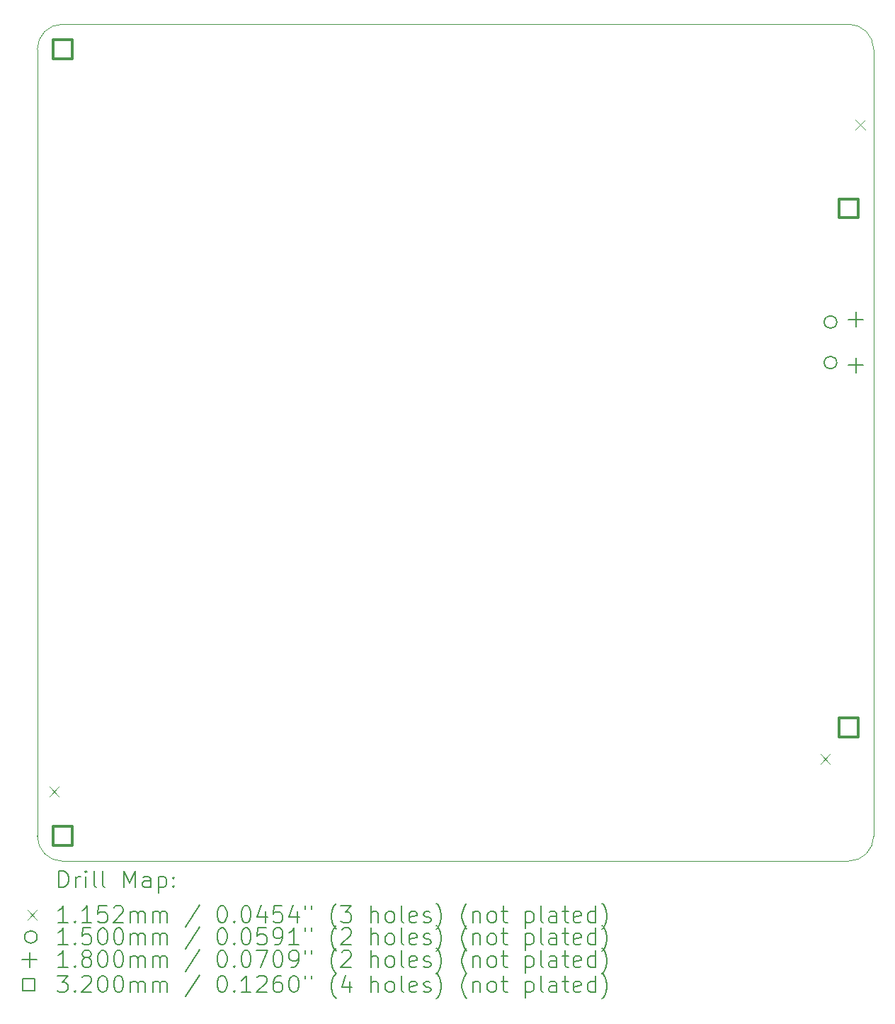
<source format=gbr>
%TF.GenerationSoftware,KiCad,Pcbnew,8.0.4*%
%TF.CreationDate,2024-09-25T20:08:00-07:00*%
%TF.ProjectId,rpi pico printer board,72706920-7069-4636-9f20-7072696e7465,rev?*%
%TF.SameCoordinates,Original*%
%TF.FileFunction,Drillmap*%
%TF.FilePolarity,Positive*%
%FSLAX45Y45*%
G04 Gerber Fmt 4.5, Leading zero omitted, Abs format (unit mm)*
G04 Created by KiCad (PCBNEW 8.0.4) date 2024-09-25 20:08:00*
%MOMM*%
%LPD*%
G01*
G04 APERTURE LIST*
%ADD10C,0.050000*%
%ADD11C,0.200000*%
%ADD12C,0.115200*%
%ADD13C,0.150000*%
%ADD14C,0.180000*%
%ADD15C,0.320000*%
G04 APERTURE END LIST*
D10*
X5000000Y-5300000D02*
X5000000Y-14700000D01*
X15000000Y-14700000D02*
X15000000Y-5300000D01*
X14700000Y-5000000D02*
G75*
G02*
X15000000Y-5300000I0J-300000D01*
G01*
X15000000Y-14700000D02*
G75*
G02*
X14700000Y-15000000I-300000J0D01*
G01*
X14700000Y-5000000D02*
X5300000Y-5000000D01*
X5300000Y-15000000D02*
G75*
G02*
X5000000Y-14700000I0J300000D01*
G01*
X5300000Y-15000000D02*
X14700000Y-15000000D01*
X5000000Y-5300000D02*
G75*
G02*
X5300000Y-5000000I300000J0D01*
G01*
D11*
D12*
X5142400Y-14112400D02*
X5257600Y-14227600D01*
X5257600Y-14112400D02*
X5142400Y-14227600D01*
X14362400Y-13722400D02*
X14477600Y-13837600D01*
X14477600Y-13722400D02*
X14362400Y-13837600D01*
X14782400Y-6142400D02*
X14897600Y-6257600D01*
X14897600Y-6142400D02*
X14782400Y-6257600D01*
D13*
X14559000Y-8558500D02*
G75*
G02*
X14409000Y-8558500I-75000J0D01*
G01*
X14409000Y-8558500D02*
G75*
G02*
X14559000Y-8558500I75000J0D01*
G01*
X14559000Y-9043500D02*
G75*
G02*
X14409000Y-9043500I-75000J0D01*
G01*
X14409000Y-9043500D02*
G75*
G02*
X14559000Y-9043500I75000J0D01*
G01*
D14*
X14787000Y-8438500D02*
X14787000Y-8618500D01*
X14697000Y-8528500D02*
X14877000Y-8528500D01*
X14787000Y-8983500D02*
X14787000Y-9163500D01*
X14697000Y-9073500D02*
X14877000Y-9073500D01*
D15*
X5413138Y-5413138D02*
X5413138Y-5186862D01*
X5186862Y-5186862D01*
X5186862Y-5413138D01*
X5413138Y-5413138D01*
X5413138Y-14813138D02*
X5413138Y-14586862D01*
X5186862Y-14586862D01*
X5186862Y-14813138D01*
X5413138Y-14813138D01*
X14813138Y-7313138D02*
X14813138Y-7086862D01*
X14586862Y-7086862D01*
X14586862Y-7313138D01*
X14813138Y-7313138D01*
X14813138Y-13513138D02*
X14813138Y-13286862D01*
X14586862Y-13286862D01*
X14586862Y-13513138D01*
X14813138Y-13513138D01*
D11*
X5258277Y-15313984D02*
X5258277Y-15113984D01*
X5258277Y-15113984D02*
X5305896Y-15113984D01*
X5305896Y-15113984D02*
X5334467Y-15123508D01*
X5334467Y-15123508D02*
X5353515Y-15142555D01*
X5353515Y-15142555D02*
X5363039Y-15161603D01*
X5363039Y-15161603D02*
X5372563Y-15199698D01*
X5372563Y-15199698D02*
X5372563Y-15228269D01*
X5372563Y-15228269D02*
X5363039Y-15266365D01*
X5363039Y-15266365D02*
X5353515Y-15285412D01*
X5353515Y-15285412D02*
X5334467Y-15304460D01*
X5334467Y-15304460D02*
X5305896Y-15313984D01*
X5305896Y-15313984D02*
X5258277Y-15313984D01*
X5458277Y-15313984D02*
X5458277Y-15180650D01*
X5458277Y-15218746D02*
X5467801Y-15199698D01*
X5467801Y-15199698D02*
X5477324Y-15190174D01*
X5477324Y-15190174D02*
X5496372Y-15180650D01*
X5496372Y-15180650D02*
X5515420Y-15180650D01*
X5582086Y-15313984D02*
X5582086Y-15180650D01*
X5582086Y-15113984D02*
X5572563Y-15123508D01*
X5572563Y-15123508D02*
X5582086Y-15133031D01*
X5582086Y-15133031D02*
X5591610Y-15123508D01*
X5591610Y-15123508D02*
X5582086Y-15113984D01*
X5582086Y-15113984D02*
X5582086Y-15133031D01*
X5705896Y-15313984D02*
X5686848Y-15304460D01*
X5686848Y-15304460D02*
X5677324Y-15285412D01*
X5677324Y-15285412D02*
X5677324Y-15113984D01*
X5810658Y-15313984D02*
X5791610Y-15304460D01*
X5791610Y-15304460D02*
X5782086Y-15285412D01*
X5782086Y-15285412D02*
X5782086Y-15113984D01*
X6039229Y-15313984D02*
X6039229Y-15113984D01*
X6039229Y-15113984D02*
X6105896Y-15256841D01*
X6105896Y-15256841D02*
X6172562Y-15113984D01*
X6172562Y-15113984D02*
X6172562Y-15313984D01*
X6353515Y-15313984D02*
X6353515Y-15209222D01*
X6353515Y-15209222D02*
X6343991Y-15190174D01*
X6343991Y-15190174D02*
X6324943Y-15180650D01*
X6324943Y-15180650D02*
X6286848Y-15180650D01*
X6286848Y-15180650D02*
X6267801Y-15190174D01*
X6353515Y-15304460D02*
X6334467Y-15313984D01*
X6334467Y-15313984D02*
X6286848Y-15313984D01*
X6286848Y-15313984D02*
X6267801Y-15304460D01*
X6267801Y-15304460D02*
X6258277Y-15285412D01*
X6258277Y-15285412D02*
X6258277Y-15266365D01*
X6258277Y-15266365D02*
X6267801Y-15247317D01*
X6267801Y-15247317D02*
X6286848Y-15237793D01*
X6286848Y-15237793D02*
X6334467Y-15237793D01*
X6334467Y-15237793D02*
X6353515Y-15228269D01*
X6448753Y-15180650D02*
X6448753Y-15380650D01*
X6448753Y-15190174D02*
X6467801Y-15180650D01*
X6467801Y-15180650D02*
X6505896Y-15180650D01*
X6505896Y-15180650D02*
X6524943Y-15190174D01*
X6524943Y-15190174D02*
X6534467Y-15199698D01*
X6534467Y-15199698D02*
X6543991Y-15218746D01*
X6543991Y-15218746D02*
X6543991Y-15275888D01*
X6543991Y-15275888D02*
X6534467Y-15294936D01*
X6534467Y-15294936D02*
X6524943Y-15304460D01*
X6524943Y-15304460D02*
X6505896Y-15313984D01*
X6505896Y-15313984D02*
X6467801Y-15313984D01*
X6467801Y-15313984D02*
X6448753Y-15304460D01*
X6629705Y-15294936D02*
X6639229Y-15304460D01*
X6639229Y-15304460D02*
X6629705Y-15313984D01*
X6629705Y-15313984D02*
X6620182Y-15304460D01*
X6620182Y-15304460D02*
X6629705Y-15294936D01*
X6629705Y-15294936D02*
X6629705Y-15313984D01*
X6629705Y-15190174D02*
X6639229Y-15199698D01*
X6639229Y-15199698D02*
X6629705Y-15209222D01*
X6629705Y-15209222D02*
X6620182Y-15199698D01*
X6620182Y-15199698D02*
X6629705Y-15190174D01*
X6629705Y-15190174D02*
X6629705Y-15209222D01*
D12*
X4882300Y-15584900D02*
X4997500Y-15700100D01*
X4997500Y-15584900D02*
X4882300Y-15700100D01*
D11*
X5363039Y-15733984D02*
X5248753Y-15733984D01*
X5305896Y-15733984D02*
X5305896Y-15533984D01*
X5305896Y-15533984D02*
X5286848Y-15562555D01*
X5286848Y-15562555D02*
X5267801Y-15581603D01*
X5267801Y-15581603D02*
X5248753Y-15591127D01*
X5448753Y-15714936D02*
X5458277Y-15724460D01*
X5458277Y-15724460D02*
X5448753Y-15733984D01*
X5448753Y-15733984D02*
X5439229Y-15724460D01*
X5439229Y-15724460D02*
X5448753Y-15714936D01*
X5448753Y-15714936D02*
X5448753Y-15733984D01*
X5648753Y-15733984D02*
X5534467Y-15733984D01*
X5591610Y-15733984D02*
X5591610Y-15533984D01*
X5591610Y-15533984D02*
X5572563Y-15562555D01*
X5572563Y-15562555D02*
X5553515Y-15581603D01*
X5553515Y-15581603D02*
X5534467Y-15591127D01*
X5829705Y-15533984D02*
X5734467Y-15533984D01*
X5734467Y-15533984D02*
X5724943Y-15629222D01*
X5724943Y-15629222D02*
X5734467Y-15619698D01*
X5734467Y-15619698D02*
X5753515Y-15610174D01*
X5753515Y-15610174D02*
X5801134Y-15610174D01*
X5801134Y-15610174D02*
X5820182Y-15619698D01*
X5820182Y-15619698D02*
X5829705Y-15629222D01*
X5829705Y-15629222D02*
X5839229Y-15648269D01*
X5839229Y-15648269D02*
X5839229Y-15695888D01*
X5839229Y-15695888D02*
X5829705Y-15714936D01*
X5829705Y-15714936D02*
X5820182Y-15724460D01*
X5820182Y-15724460D02*
X5801134Y-15733984D01*
X5801134Y-15733984D02*
X5753515Y-15733984D01*
X5753515Y-15733984D02*
X5734467Y-15724460D01*
X5734467Y-15724460D02*
X5724943Y-15714936D01*
X5915420Y-15553031D02*
X5924943Y-15543508D01*
X5924943Y-15543508D02*
X5943991Y-15533984D01*
X5943991Y-15533984D02*
X5991610Y-15533984D01*
X5991610Y-15533984D02*
X6010658Y-15543508D01*
X6010658Y-15543508D02*
X6020182Y-15553031D01*
X6020182Y-15553031D02*
X6029705Y-15572079D01*
X6029705Y-15572079D02*
X6029705Y-15591127D01*
X6029705Y-15591127D02*
X6020182Y-15619698D01*
X6020182Y-15619698D02*
X5905896Y-15733984D01*
X5905896Y-15733984D02*
X6029705Y-15733984D01*
X6115420Y-15733984D02*
X6115420Y-15600650D01*
X6115420Y-15619698D02*
X6124943Y-15610174D01*
X6124943Y-15610174D02*
X6143991Y-15600650D01*
X6143991Y-15600650D02*
X6172563Y-15600650D01*
X6172563Y-15600650D02*
X6191610Y-15610174D01*
X6191610Y-15610174D02*
X6201134Y-15629222D01*
X6201134Y-15629222D02*
X6201134Y-15733984D01*
X6201134Y-15629222D02*
X6210658Y-15610174D01*
X6210658Y-15610174D02*
X6229705Y-15600650D01*
X6229705Y-15600650D02*
X6258277Y-15600650D01*
X6258277Y-15600650D02*
X6277324Y-15610174D01*
X6277324Y-15610174D02*
X6286848Y-15629222D01*
X6286848Y-15629222D02*
X6286848Y-15733984D01*
X6382086Y-15733984D02*
X6382086Y-15600650D01*
X6382086Y-15619698D02*
X6391610Y-15610174D01*
X6391610Y-15610174D02*
X6410658Y-15600650D01*
X6410658Y-15600650D02*
X6439229Y-15600650D01*
X6439229Y-15600650D02*
X6458277Y-15610174D01*
X6458277Y-15610174D02*
X6467801Y-15629222D01*
X6467801Y-15629222D02*
X6467801Y-15733984D01*
X6467801Y-15629222D02*
X6477324Y-15610174D01*
X6477324Y-15610174D02*
X6496372Y-15600650D01*
X6496372Y-15600650D02*
X6524943Y-15600650D01*
X6524943Y-15600650D02*
X6543991Y-15610174D01*
X6543991Y-15610174D02*
X6553515Y-15629222D01*
X6553515Y-15629222D02*
X6553515Y-15733984D01*
X6943991Y-15524460D02*
X6772563Y-15781603D01*
X7201134Y-15533984D02*
X7220182Y-15533984D01*
X7220182Y-15533984D02*
X7239229Y-15543508D01*
X7239229Y-15543508D02*
X7248753Y-15553031D01*
X7248753Y-15553031D02*
X7258277Y-15572079D01*
X7258277Y-15572079D02*
X7267801Y-15610174D01*
X7267801Y-15610174D02*
X7267801Y-15657793D01*
X7267801Y-15657793D02*
X7258277Y-15695888D01*
X7258277Y-15695888D02*
X7248753Y-15714936D01*
X7248753Y-15714936D02*
X7239229Y-15724460D01*
X7239229Y-15724460D02*
X7220182Y-15733984D01*
X7220182Y-15733984D02*
X7201134Y-15733984D01*
X7201134Y-15733984D02*
X7182086Y-15724460D01*
X7182086Y-15724460D02*
X7172563Y-15714936D01*
X7172563Y-15714936D02*
X7163039Y-15695888D01*
X7163039Y-15695888D02*
X7153515Y-15657793D01*
X7153515Y-15657793D02*
X7153515Y-15610174D01*
X7153515Y-15610174D02*
X7163039Y-15572079D01*
X7163039Y-15572079D02*
X7172563Y-15553031D01*
X7172563Y-15553031D02*
X7182086Y-15543508D01*
X7182086Y-15543508D02*
X7201134Y-15533984D01*
X7353515Y-15714936D02*
X7363039Y-15724460D01*
X7363039Y-15724460D02*
X7353515Y-15733984D01*
X7353515Y-15733984D02*
X7343991Y-15724460D01*
X7343991Y-15724460D02*
X7353515Y-15714936D01*
X7353515Y-15714936D02*
X7353515Y-15733984D01*
X7486848Y-15533984D02*
X7505896Y-15533984D01*
X7505896Y-15533984D02*
X7524944Y-15543508D01*
X7524944Y-15543508D02*
X7534467Y-15553031D01*
X7534467Y-15553031D02*
X7543991Y-15572079D01*
X7543991Y-15572079D02*
X7553515Y-15610174D01*
X7553515Y-15610174D02*
X7553515Y-15657793D01*
X7553515Y-15657793D02*
X7543991Y-15695888D01*
X7543991Y-15695888D02*
X7534467Y-15714936D01*
X7534467Y-15714936D02*
X7524944Y-15724460D01*
X7524944Y-15724460D02*
X7505896Y-15733984D01*
X7505896Y-15733984D02*
X7486848Y-15733984D01*
X7486848Y-15733984D02*
X7467801Y-15724460D01*
X7467801Y-15724460D02*
X7458277Y-15714936D01*
X7458277Y-15714936D02*
X7448753Y-15695888D01*
X7448753Y-15695888D02*
X7439229Y-15657793D01*
X7439229Y-15657793D02*
X7439229Y-15610174D01*
X7439229Y-15610174D02*
X7448753Y-15572079D01*
X7448753Y-15572079D02*
X7458277Y-15553031D01*
X7458277Y-15553031D02*
X7467801Y-15543508D01*
X7467801Y-15543508D02*
X7486848Y-15533984D01*
X7724944Y-15600650D02*
X7724944Y-15733984D01*
X7677325Y-15524460D02*
X7629706Y-15667317D01*
X7629706Y-15667317D02*
X7753515Y-15667317D01*
X7924944Y-15533984D02*
X7829706Y-15533984D01*
X7829706Y-15533984D02*
X7820182Y-15629222D01*
X7820182Y-15629222D02*
X7829706Y-15619698D01*
X7829706Y-15619698D02*
X7848753Y-15610174D01*
X7848753Y-15610174D02*
X7896372Y-15610174D01*
X7896372Y-15610174D02*
X7915420Y-15619698D01*
X7915420Y-15619698D02*
X7924944Y-15629222D01*
X7924944Y-15629222D02*
X7934467Y-15648269D01*
X7934467Y-15648269D02*
X7934467Y-15695888D01*
X7934467Y-15695888D02*
X7924944Y-15714936D01*
X7924944Y-15714936D02*
X7915420Y-15724460D01*
X7915420Y-15724460D02*
X7896372Y-15733984D01*
X7896372Y-15733984D02*
X7848753Y-15733984D01*
X7848753Y-15733984D02*
X7829706Y-15724460D01*
X7829706Y-15724460D02*
X7820182Y-15714936D01*
X8105896Y-15600650D02*
X8105896Y-15733984D01*
X8058277Y-15524460D02*
X8010658Y-15667317D01*
X8010658Y-15667317D02*
X8134467Y-15667317D01*
X8201134Y-15533984D02*
X8201134Y-15572079D01*
X8277325Y-15533984D02*
X8277325Y-15572079D01*
X8572563Y-15810174D02*
X8563039Y-15800650D01*
X8563039Y-15800650D02*
X8543991Y-15772079D01*
X8543991Y-15772079D02*
X8534468Y-15753031D01*
X8534468Y-15753031D02*
X8524944Y-15724460D01*
X8524944Y-15724460D02*
X8515420Y-15676841D01*
X8515420Y-15676841D02*
X8515420Y-15638746D01*
X8515420Y-15638746D02*
X8524944Y-15591127D01*
X8524944Y-15591127D02*
X8534468Y-15562555D01*
X8534468Y-15562555D02*
X8543991Y-15543508D01*
X8543991Y-15543508D02*
X8563039Y-15514936D01*
X8563039Y-15514936D02*
X8572563Y-15505412D01*
X8629706Y-15533984D02*
X8753515Y-15533984D01*
X8753515Y-15533984D02*
X8686849Y-15610174D01*
X8686849Y-15610174D02*
X8715420Y-15610174D01*
X8715420Y-15610174D02*
X8734468Y-15619698D01*
X8734468Y-15619698D02*
X8743991Y-15629222D01*
X8743991Y-15629222D02*
X8753515Y-15648269D01*
X8753515Y-15648269D02*
X8753515Y-15695888D01*
X8753515Y-15695888D02*
X8743991Y-15714936D01*
X8743991Y-15714936D02*
X8734468Y-15724460D01*
X8734468Y-15724460D02*
X8715420Y-15733984D01*
X8715420Y-15733984D02*
X8658277Y-15733984D01*
X8658277Y-15733984D02*
X8639230Y-15724460D01*
X8639230Y-15724460D02*
X8629706Y-15714936D01*
X8991611Y-15733984D02*
X8991611Y-15533984D01*
X9077325Y-15733984D02*
X9077325Y-15629222D01*
X9077325Y-15629222D02*
X9067801Y-15610174D01*
X9067801Y-15610174D02*
X9048753Y-15600650D01*
X9048753Y-15600650D02*
X9020182Y-15600650D01*
X9020182Y-15600650D02*
X9001134Y-15610174D01*
X9001134Y-15610174D02*
X8991611Y-15619698D01*
X9201134Y-15733984D02*
X9182087Y-15724460D01*
X9182087Y-15724460D02*
X9172563Y-15714936D01*
X9172563Y-15714936D02*
X9163039Y-15695888D01*
X9163039Y-15695888D02*
X9163039Y-15638746D01*
X9163039Y-15638746D02*
X9172563Y-15619698D01*
X9172563Y-15619698D02*
X9182087Y-15610174D01*
X9182087Y-15610174D02*
X9201134Y-15600650D01*
X9201134Y-15600650D02*
X9229706Y-15600650D01*
X9229706Y-15600650D02*
X9248753Y-15610174D01*
X9248753Y-15610174D02*
X9258277Y-15619698D01*
X9258277Y-15619698D02*
X9267801Y-15638746D01*
X9267801Y-15638746D02*
X9267801Y-15695888D01*
X9267801Y-15695888D02*
X9258277Y-15714936D01*
X9258277Y-15714936D02*
X9248753Y-15724460D01*
X9248753Y-15724460D02*
X9229706Y-15733984D01*
X9229706Y-15733984D02*
X9201134Y-15733984D01*
X9382087Y-15733984D02*
X9363039Y-15724460D01*
X9363039Y-15724460D02*
X9353515Y-15705412D01*
X9353515Y-15705412D02*
X9353515Y-15533984D01*
X9534468Y-15724460D02*
X9515420Y-15733984D01*
X9515420Y-15733984D02*
X9477325Y-15733984D01*
X9477325Y-15733984D02*
X9458277Y-15724460D01*
X9458277Y-15724460D02*
X9448753Y-15705412D01*
X9448753Y-15705412D02*
X9448753Y-15629222D01*
X9448753Y-15629222D02*
X9458277Y-15610174D01*
X9458277Y-15610174D02*
X9477325Y-15600650D01*
X9477325Y-15600650D02*
X9515420Y-15600650D01*
X9515420Y-15600650D02*
X9534468Y-15610174D01*
X9534468Y-15610174D02*
X9543992Y-15629222D01*
X9543992Y-15629222D02*
X9543992Y-15648269D01*
X9543992Y-15648269D02*
X9448753Y-15667317D01*
X9620182Y-15724460D02*
X9639230Y-15733984D01*
X9639230Y-15733984D02*
X9677325Y-15733984D01*
X9677325Y-15733984D02*
X9696373Y-15724460D01*
X9696373Y-15724460D02*
X9705896Y-15705412D01*
X9705896Y-15705412D02*
X9705896Y-15695888D01*
X9705896Y-15695888D02*
X9696373Y-15676841D01*
X9696373Y-15676841D02*
X9677325Y-15667317D01*
X9677325Y-15667317D02*
X9648753Y-15667317D01*
X9648753Y-15667317D02*
X9629706Y-15657793D01*
X9629706Y-15657793D02*
X9620182Y-15638746D01*
X9620182Y-15638746D02*
X9620182Y-15629222D01*
X9620182Y-15629222D02*
X9629706Y-15610174D01*
X9629706Y-15610174D02*
X9648753Y-15600650D01*
X9648753Y-15600650D02*
X9677325Y-15600650D01*
X9677325Y-15600650D02*
X9696373Y-15610174D01*
X9772563Y-15810174D02*
X9782087Y-15800650D01*
X9782087Y-15800650D02*
X9801134Y-15772079D01*
X9801134Y-15772079D02*
X9810658Y-15753031D01*
X9810658Y-15753031D02*
X9820182Y-15724460D01*
X9820182Y-15724460D02*
X9829706Y-15676841D01*
X9829706Y-15676841D02*
X9829706Y-15638746D01*
X9829706Y-15638746D02*
X9820182Y-15591127D01*
X9820182Y-15591127D02*
X9810658Y-15562555D01*
X9810658Y-15562555D02*
X9801134Y-15543508D01*
X9801134Y-15543508D02*
X9782087Y-15514936D01*
X9782087Y-15514936D02*
X9772563Y-15505412D01*
X10134468Y-15810174D02*
X10124944Y-15800650D01*
X10124944Y-15800650D02*
X10105896Y-15772079D01*
X10105896Y-15772079D02*
X10096373Y-15753031D01*
X10096373Y-15753031D02*
X10086849Y-15724460D01*
X10086849Y-15724460D02*
X10077325Y-15676841D01*
X10077325Y-15676841D02*
X10077325Y-15638746D01*
X10077325Y-15638746D02*
X10086849Y-15591127D01*
X10086849Y-15591127D02*
X10096373Y-15562555D01*
X10096373Y-15562555D02*
X10105896Y-15543508D01*
X10105896Y-15543508D02*
X10124944Y-15514936D01*
X10124944Y-15514936D02*
X10134468Y-15505412D01*
X10210658Y-15600650D02*
X10210658Y-15733984D01*
X10210658Y-15619698D02*
X10220182Y-15610174D01*
X10220182Y-15610174D02*
X10239230Y-15600650D01*
X10239230Y-15600650D02*
X10267801Y-15600650D01*
X10267801Y-15600650D02*
X10286849Y-15610174D01*
X10286849Y-15610174D02*
X10296373Y-15629222D01*
X10296373Y-15629222D02*
X10296373Y-15733984D01*
X10420182Y-15733984D02*
X10401134Y-15724460D01*
X10401134Y-15724460D02*
X10391611Y-15714936D01*
X10391611Y-15714936D02*
X10382087Y-15695888D01*
X10382087Y-15695888D02*
X10382087Y-15638746D01*
X10382087Y-15638746D02*
X10391611Y-15619698D01*
X10391611Y-15619698D02*
X10401134Y-15610174D01*
X10401134Y-15610174D02*
X10420182Y-15600650D01*
X10420182Y-15600650D02*
X10448754Y-15600650D01*
X10448754Y-15600650D02*
X10467801Y-15610174D01*
X10467801Y-15610174D02*
X10477325Y-15619698D01*
X10477325Y-15619698D02*
X10486849Y-15638746D01*
X10486849Y-15638746D02*
X10486849Y-15695888D01*
X10486849Y-15695888D02*
X10477325Y-15714936D01*
X10477325Y-15714936D02*
X10467801Y-15724460D01*
X10467801Y-15724460D02*
X10448754Y-15733984D01*
X10448754Y-15733984D02*
X10420182Y-15733984D01*
X10543992Y-15600650D02*
X10620182Y-15600650D01*
X10572563Y-15533984D02*
X10572563Y-15705412D01*
X10572563Y-15705412D02*
X10582087Y-15724460D01*
X10582087Y-15724460D02*
X10601134Y-15733984D01*
X10601134Y-15733984D02*
X10620182Y-15733984D01*
X10839230Y-15600650D02*
X10839230Y-15800650D01*
X10839230Y-15610174D02*
X10858277Y-15600650D01*
X10858277Y-15600650D02*
X10896373Y-15600650D01*
X10896373Y-15600650D02*
X10915420Y-15610174D01*
X10915420Y-15610174D02*
X10924944Y-15619698D01*
X10924944Y-15619698D02*
X10934468Y-15638746D01*
X10934468Y-15638746D02*
X10934468Y-15695888D01*
X10934468Y-15695888D02*
X10924944Y-15714936D01*
X10924944Y-15714936D02*
X10915420Y-15724460D01*
X10915420Y-15724460D02*
X10896373Y-15733984D01*
X10896373Y-15733984D02*
X10858277Y-15733984D01*
X10858277Y-15733984D02*
X10839230Y-15724460D01*
X11048754Y-15733984D02*
X11029706Y-15724460D01*
X11029706Y-15724460D02*
X11020182Y-15705412D01*
X11020182Y-15705412D02*
X11020182Y-15533984D01*
X11210658Y-15733984D02*
X11210658Y-15629222D01*
X11210658Y-15629222D02*
X11201134Y-15610174D01*
X11201134Y-15610174D02*
X11182087Y-15600650D01*
X11182087Y-15600650D02*
X11143992Y-15600650D01*
X11143992Y-15600650D02*
X11124944Y-15610174D01*
X11210658Y-15724460D02*
X11191611Y-15733984D01*
X11191611Y-15733984D02*
X11143992Y-15733984D01*
X11143992Y-15733984D02*
X11124944Y-15724460D01*
X11124944Y-15724460D02*
X11115420Y-15705412D01*
X11115420Y-15705412D02*
X11115420Y-15686365D01*
X11115420Y-15686365D02*
X11124944Y-15667317D01*
X11124944Y-15667317D02*
X11143992Y-15657793D01*
X11143992Y-15657793D02*
X11191611Y-15657793D01*
X11191611Y-15657793D02*
X11210658Y-15648269D01*
X11277325Y-15600650D02*
X11353515Y-15600650D01*
X11305896Y-15533984D02*
X11305896Y-15705412D01*
X11305896Y-15705412D02*
X11315420Y-15724460D01*
X11315420Y-15724460D02*
X11334468Y-15733984D01*
X11334468Y-15733984D02*
X11353515Y-15733984D01*
X11496373Y-15724460D02*
X11477325Y-15733984D01*
X11477325Y-15733984D02*
X11439230Y-15733984D01*
X11439230Y-15733984D02*
X11420182Y-15724460D01*
X11420182Y-15724460D02*
X11410658Y-15705412D01*
X11410658Y-15705412D02*
X11410658Y-15629222D01*
X11410658Y-15629222D02*
X11420182Y-15610174D01*
X11420182Y-15610174D02*
X11439230Y-15600650D01*
X11439230Y-15600650D02*
X11477325Y-15600650D01*
X11477325Y-15600650D02*
X11496373Y-15610174D01*
X11496373Y-15610174D02*
X11505896Y-15629222D01*
X11505896Y-15629222D02*
X11505896Y-15648269D01*
X11505896Y-15648269D02*
X11410658Y-15667317D01*
X11677325Y-15733984D02*
X11677325Y-15533984D01*
X11677325Y-15724460D02*
X11658277Y-15733984D01*
X11658277Y-15733984D02*
X11620182Y-15733984D01*
X11620182Y-15733984D02*
X11601134Y-15724460D01*
X11601134Y-15724460D02*
X11591611Y-15714936D01*
X11591611Y-15714936D02*
X11582087Y-15695888D01*
X11582087Y-15695888D02*
X11582087Y-15638746D01*
X11582087Y-15638746D02*
X11591611Y-15619698D01*
X11591611Y-15619698D02*
X11601134Y-15610174D01*
X11601134Y-15610174D02*
X11620182Y-15600650D01*
X11620182Y-15600650D02*
X11658277Y-15600650D01*
X11658277Y-15600650D02*
X11677325Y-15610174D01*
X11753515Y-15810174D02*
X11763039Y-15800650D01*
X11763039Y-15800650D02*
X11782087Y-15772079D01*
X11782087Y-15772079D02*
X11791611Y-15753031D01*
X11791611Y-15753031D02*
X11801134Y-15724460D01*
X11801134Y-15724460D02*
X11810658Y-15676841D01*
X11810658Y-15676841D02*
X11810658Y-15638746D01*
X11810658Y-15638746D02*
X11801134Y-15591127D01*
X11801134Y-15591127D02*
X11791611Y-15562555D01*
X11791611Y-15562555D02*
X11782087Y-15543508D01*
X11782087Y-15543508D02*
X11763039Y-15514936D01*
X11763039Y-15514936D02*
X11753515Y-15505412D01*
D13*
X4997500Y-15906500D02*
G75*
G02*
X4847500Y-15906500I-75000J0D01*
G01*
X4847500Y-15906500D02*
G75*
G02*
X4997500Y-15906500I75000J0D01*
G01*
D11*
X5363039Y-15997984D02*
X5248753Y-15997984D01*
X5305896Y-15997984D02*
X5305896Y-15797984D01*
X5305896Y-15797984D02*
X5286848Y-15826555D01*
X5286848Y-15826555D02*
X5267801Y-15845603D01*
X5267801Y-15845603D02*
X5248753Y-15855127D01*
X5448753Y-15978936D02*
X5458277Y-15988460D01*
X5458277Y-15988460D02*
X5448753Y-15997984D01*
X5448753Y-15997984D02*
X5439229Y-15988460D01*
X5439229Y-15988460D02*
X5448753Y-15978936D01*
X5448753Y-15978936D02*
X5448753Y-15997984D01*
X5639229Y-15797984D02*
X5543991Y-15797984D01*
X5543991Y-15797984D02*
X5534467Y-15893222D01*
X5534467Y-15893222D02*
X5543991Y-15883698D01*
X5543991Y-15883698D02*
X5563039Y-15874174D01*
X5563039Y-15874174D02*
X5610658Y-15874174D01*
X5610658Y-15874174D02*
X5629705Y-15883698D01*
X5629705Y-15883698D02*
X5639229Y-15893222D01*
X5639229Y-15893222D02*
X5648753Y-15912269D01*
X5648753Y-15912269D02*
X5648753Y-15959888D01*
X5648753Y-15959888D02*
X5639229Y-15978936D01*
X5639229Y-15978936D02*
X5629705Y-15988460D01*
X5629705Y-15988460D02*
X5610658Y-15997984D01*
X5610658Y-15997984D02*
X5563039Y-15997984D01*
X5563039Y-15997984D02*
X5543991Y-15988460D01*
X5543991Y-15988460D02*
X5534467Y-15978936D01*
X5772562Y-15797984D02*
X5791610Y-15797984D01*
X5791610Y-15797984D02*
X5810658Y-15807508D01*
X5810658Y-15807508D02*
X5820182Y-15817031D01*
X5820182Y-15817031D02*
X5829705Y-15836079D01*
X5829705Y-15836079D02*
X5839229Y-15874174D01*
X5839229Y-15874174D02*
X5839229Y-15921793D01*
X5839229Y-15921793D02*
X5829705Y-15959888D01*
X5829705Y-15959888D02*
X5820182Y-15978936D01*
X5820182Y-15978936D02*
X5810658Y-15988460D01*
X5810658Y-15988460D02*
X5791610Y-15997984D01*
X5791610Y-15997984D02*
X5772562Y-15997984D01*
X5772562Y-15997984D02*
X5753515Y-15988460D01*
X5753515Y-15988460D02*
X5743991Y-15978936D01*
X5743991Y-15978936D02*
X5734467Y-15959888D01*
X5734467Y-15959888D02*
X5724943Y-15921793D01*
X5724943Y-15921793D02*
X5724943Y-15874174D01*
X5724943Y-15874174D02*
X5734467Y-15836079D01*
X5734467Y-15836079D02*
X5743991Y-15817031D01*
X5743991Y-15817031D02*
X5753515Y-15807508D01*
X5753515Y-15807508D02*
X5772562Y-15797984D01*
X5963039Y-15797984D02*
X5982086Y-15797984D01*
X5982086Y-15797984D02*
X6001134Y-15807508D01*
X6001134Y-15807508D02*
X6010658Y-15817031D01*
X6010658Y-15817031D02*
X6020182Y-15836079D01*
X6020182Y-15836079D02*
X6029705Y-15874174D01*
X6029705Y-15874174D02*
X6029705Y-15921793D01*
X6029705Y-15921793D02*
X6020182Y-15959888D01*
X6020182Y-15959888D02*
X6010658Y-15978936D01*
X6010658Y-15978936D02*
X6001134Y-15988460D01*
X6001134Y-15988460D02*
X5982086Y-15997984D01*
X5982086Y-15997984D02*
X5963039Y-15997984D01*
X5963039Y-15997984D02*
X5943991Y-15988460D01*
X5943991Y-15988460D02*
X5934467Y-15978936D01*
X5934467Y-15978936D02*
X5924943Y-15959888D01*
X5924943Y-15959888D02*
X5915420Y-15921793D01*
X5915420Y-15921793D02*
X5915420Y-15874174D01*
X5915420Y-15874174D02*
X5924943Y-15836079D01*
X5924943Y-15836079D02*
X5934467Y-15817031D01*
X5934467Y-15817031D02*
X5943991Y-15807508D01*
X5943991Y-15807508D02*
X5963039Y-15797984D01*
X6115420Y-15997984D02*
X6115420Y-15864650D01*
X6115420Y-15883698D02*
X6124943Y-15874174D01*
X6124943Y-15874174D02*
X6143991Y-15864650D01*
X6143991Y-15864650D02*
X6172563Y-15864650D01*
X6172563Y-15864650D02*
X6191610Y-15874174D01*
X6191610Y-15874174D02*
X6201134Y-15893222D01*
X6201134Y-15893222D02*
X6201134Y-15997984D01*
X6201134Y-15893222D02*
X6210658Y-15874174D01*
X6210658Y-15874174D02*
X6229705Y-15864650D01*
X6229705Y-15864650D02*
X6258277Y-15864650D01*
X6258277Y-15864650D02*
X6277324Y-15874174D01*
X6277324Y-15874174D02*
X6286848Y-15893222D01*
X6286848Y-15893222D02*
X6286848Y-15997984D01*
X6382086Y-15997984D02*
X6382086Y-15864650D01*
X6382086Y-15883698D02*
X6391610Y-15874174D01*
X6391610Y-15874174D02*
X6410658Y-15864650D01*
X6410658Y-15864650D02*
X6439229Y-15864650D01*
X6439229Y-15864650D02*
X6458277Y-15874174D01*
X6458277Y-15874174D02*
X6467801Y-15893222D01*
X6467801Y-15893222D02*
X6467801Y-15997984D01*
X6467801Y-15893222D02*
X6477324Y-15874174D01*
X6477324Y-15874174D02*
X6496372Y-15864650D01*
X6496372Y-15864650D02*
X6524943Y-15864650D01*
X6524943Y-15864650D02*
X6543991Y-15874174D01*
X6543991Y-15874174D02*
X6553515Y-15893222D01*
X6553515Y-15893222D02*
X6553515Y-15997984D01*
X6943991Y-15788460D02*
X6772563Y-16045603D01*
X7201134Y-15797984D02*
X7220182Y-15797984D01*
X7220182Y-15797984D02*
X7239229Y-15807508D01*
X7239229Y-15807508D02*
X7248753Y-15817031D01*
X7248753Y-15817031D02*
X7258277Y-15836079D01*
X7258277Y-15836079D02*
X7267801Y-15874174D01*
X7267801Y-15874174D02*
X7267801Y-15921793D01*
X7267801Y-15921793D02*
X7258277Y-15959888D01*
X7258277Y-15959888D02*
X7248753Y-15978936D01*
X7248753Y-15978936D02*
X7239229Y-15988460D01*
X7239229Y-15988460D02*
X7220182Y-15997984D01*
X7220182Y-15997984D02*
X7201134Y-15997984D01*
X7201134Y-15997984D02*
X7182086Y-15988460D01*
X7182086Y-15988460D02*
X7172563Y-15978936D01*
X7172563Y-15978936D02*
X7163039Y-15959888D01*
X7163039Y-15959888D02*
X7153515Y-15921793D01*
X7153515Y-15921793D02*
X7153515Y-15874174D01*
X7153515Y-15874174D02*
X7163039Y-15836079D01*
X7163039Y-15836079D02*
X7172563Y-15817031D01*
X7172563Y-15817031D02*
X7182086Y-15807508D01*
X7182086Y-15807508D02*
X7201134Y-15797984D01*
X7353515Y-15978936D02*
X7363039Y-15988460D01*
X7363039Y-15988460D02*
X7353515Y-15997984D01*
X7353515Y-15997984D02*
X7343991Y-15988460D01*
X7343991Y-15988460D02*
X7353515Y-15978936D01*
X7353515Y-15978936D02*
X7353515Y-15997984D01*
X7486848Y-15797984D02*
X7505896Y-15797984D01*
X7505896Y-15797984D02*
X7524944Y-15807508D01*
X7524944Y-15807508D02*
X7534467Y-15817031D01*
X7534467Y-15817031D02*
X7543991Y-15836079D01*
X7543991Y-15836079D02*
X7553515Y-15874174D01*
X7553515Y-15874174D02*
X7553515Y-15921793D01*
X7553515Y-15921793D02*
X7543991Y-15959888D01*
X7543991Y-15959888D02*
X7534467Y-15978936D01*
X7534467Y-15978936D02*
X7524944Y-15988460D01*
X7524944Y-15988460D02*
X7505896Y-15997984D01*
X7505896Y-15997984D02*
X7486848Y-15997984D01*
X7486848Y-15997984D02*
X7467801Y-15988460D01*
X7467801Y-15988460D02*
X7458277Y-15978936D01*
X7458277Y-15978936D02*
X7448753Y-15959888D01*
X7448753Y-15959888D02*
X7439229Y-15921793D01*
X7439229Y-15921793D02*
X7439229Y-15874174D01*
X7439229Y-15874174D02*
X7448753Y-15836079D01*
X7448753Y-15836079D02*
X7458277Y-15817031D01*
X7458277Y-15817031D02*
X7467801Y-15807508D01*
X7467801Y-15807508D02*
X7486848Y-15797984D01*
X7734467Y-15797984D02*
X7639229Y-15797984D01*
X7639229Y-15797984D02*
X7629706Y-15893222D01*
X7629706Y-15893222D02*
X7639229Y-15883698D01*
X7639229Y-15883698D02*
X7658277Y-15874174D01*
X7658277Y-15874174D02*
X7705896Y-15874174D01*
X7705896Y-15874174D02*
X7724944Y-15883698D01*
X7724944Y-15883698D02*
X7734467Y-15893222D01*
X7734467Y-15893222D02*
X7743991Y-15912269D01*
X7743991Y-15912269D02*
X7743991Y-15959888D01*
X7743991Y-15959888D02*
X7734467Y-15978936D01*
X7734467Y-15978936D02*
X7724944Y-15988460D01*
X7724944Y-15988460D02*
X7705896Y-15997984D01*
X7705896Y-15997984D02*
X7658277Y-15997984D01*
X7658277Y-15997984D02*
X7639229Y-15988460D01*
X7639229Y-15988460D02*
X7629706Y-15978936D01*
X7839229Y-15997984D02*
X7877325Y-15997984D01*
X7877325Y-15997984D02*
X7896372Y-15988460D01*
X7896372Y-15988460D02*
X7905896Y-15978936D01*
X7905896Y-15978936D02*
X7924944Y-15950365D01*
X7924944Y-15950365D02*
X7934467Y-15912269D01*
X7934467Y-15912269D02*
X7934467Y-15836079D01*
X7934467Y-15836079D02*
X7924944Y-15817031D01*
X7924944Y-15817031D02*
X7915420Y-15807508D01*
X7915420Y-15807508D02*
X7896372Y-15797984D01*
X7896372Y-15797984D02*
X7858277Y-15797984D01*
X7858277Y-15797984D02*
X7839229Y-15807508D01*
X7839229Y-15807508D02*
X7829706Y-15817031D01*
X7829706Y-15817031D02*
X7820182Y-15836079D01*
X7820182Y-15836079D02*
X7820182Y-15883698D01*
X7820182Y-15883698D02*
X7829706Y-15902746D01*
X7829706Y-15902746D02*
X7839229Y-15912269D01*
X7839229Y-15912269D02*
X7858277Y-15921793D01*
X7858277Y-15921793D02*
X7896372Y-15921793D01*
X7896372Y-15921793D02*
X7915420Y-15912269D01*
X7915420Y-15912269D02*
X7924944Y-15902746D01*
X7924944Y-15902746D02*
X7934467Y-15883698D01*
X8124944Y-15997984D02*
X8010658Y-15997984D01*
X8067801Y-15997984D02*
X8067801Y-15797984D01*
X8067801Y-15797984D02*
X8048753Y-15826555D01*
X8048753Y-15826555D02*
X8029706Y-15845603D01*
X8029706Y-15845603D02*
X8010658Y-15855127D01*
X8201134Y-15797984D02*
X8201134Y-15836079D01*
X8277325Y-15797984D02*
X8277325Y-15836079D01*
X8572563Y-16074174D02*
X8563039Y-16064650D01*
X8563039Y-16064650D02*
X8543991Y-16036079D01*
X8543991Y-16036079D02*
X8534468Y-16017031D01*
X8534468Y-16017031D02*
X8524944Y-15988460D01*
X8524944Y-15988460D02*
X8515420Y-15940841D01*
X8515420Y-15940841D02*
X8515420Y-15902746D01*
X8515420Y-15902746D02*
X8524944Y-15855127D01*
X8524944Y-15855127D02*
X8534468Y-15826555D01*
X8534468Y-15826555D02*
X8543991Y-15807508D01*
X8543991Y-15807508D02*
X8563039Y-15778936D01*
X8563039Y-15778936D02*
X8572563Y-15769412D01*
X8639230Y-15817031D02*
X8648753Y-15807508D01*
X8648753Y-15807508D02*
X8667801Y-15797984D01*
X8667801Y-15797984D02*
X8715420Y-15797984D01*
X8715420Y-15797984D02*
X8734468Y-15807508D01*
X8734468Y-15807508D02*
X8743991Y-15817031D01*
X8743991Y-15817031D02*
X8753515Y-15836079D01*
X8753515Y-15836079D02*
X8753515Y-15855127D01*
X8753515Y-15855127D02*
X8743991Y-15883698D01*
X8743991Y-15883698D02*
X8629706Y-15997984D01*
X8629706Y-15997984D02*
X8753515Y-15997984D01*
X8991611Y-15997984D02*
X8991611Y-15797984D01*
X9077325Y-15997984D02*
X9077325Y-15893222D01*
X9077325Y-15893222D02*
X9067801Y-15874174D01*
X9067801Y-15874174D02*
X9048753Y-15864650D01*
X9048753Y-15864650D02*
X9020182Y-15864650D01*
X9020182Y-15864650D02*
X9001134Y-15874174D01*
X9001134Y-15874174D02*
X8991611Y-15883698D01*
X9201134Y-15997984D02*
X9182087Y-15988460D01*
X9182087Y-15988460D02*
X9172563Y-15978936D01*
X9172563Y-15978936D02*
X9163039Y-15959888D01*
X9163039Y-15959888D02*
X9163039Y-15902746D01*
X9163039Y-15902746D02*
X9172563Y-15883698D01*
X9172563Y-15883698D02*
X9182087Y-15874174D01*
X9182087Y-15874174D02*
X9201134Y-15864650D01*
X9201134Y-15864650D02*
X9229706Y-15864650D01*
X9229706Y-15864650D02*
X9248753Y-15874174D01*
X9248753Y-15874174D02*
X9258277Y-15883698D01*
X9258277Y-15883698D02*
X9267801Y-15902746D01*
X9267801Y-15902746D02*
X9267801Y-15959888D01*
X9267801Y-15959888D02*
X9258277Y-15978936D01*
X9258277Y-15978936D02*
X9248753Y-15988460D01*
X9248753Y-15988460D02*
X9229706Y-15997984D01*
X9229706Y-15997984D02*
X9201134Y-15997984D01*
X9382087Y-15997984D02*
X9363039Y-15988460D01*
X9363039Y-15988460D02*
X9353515Y-15969412D01*
X9353515Y-15969412D02*
X9353515Y-15797984D01*
X9534468Y-15988460D02*
X9515420Y-15997984D01*
X9515420Y-15997984D02*
X9477325Y-15997984D01*
X9477325Y-15997984D02*
X9458277Y-15988460D01*
X9458277Y-15988460D02*
X9448753Y-15969412D01*
X9448753Y-15969412D02*
X9448753Y-15893222D01*
X9448753Y-15893222D02*
X9458277Y-15874174D01*
X9458277Y-15874174D02*
X9477325Y-15864650D01*
X9477325Y-15864650D02*
X9515420Y-15864650D01*
X9515420Y-15864650D02*
X9534468Y-15874174D01*
X9534468Y-15874174D02*
X9543992Y-15893222D01*
X9543992Y-15893222D02*
X9543992Y-15912269D01*
X9543992Y-15912269D02*
X9448753Y-15931317D01*
X9620182Y-15988460D02*
X9639230Y-15997984D01*
X9639230Y-15997984D02*
X9677325Y-15997984D01*
X9677325Y-15997984D02*
X9696373Y-15988460D01*
X9696373Y-15988460D02*
X9705896Y-15969412D01*
X9705896Y-15969412D02*
X9705896Y-15959888D01*
X9705896Y-15959888D02*
X9696373Y-15940841D01*
X9696373Y-15940841D02*
X9677325Y-15931317D01*
X9677325Y-15931317D02*
X9648753Y-15931317D01*
X9648753Y-15931317D02*
X9629706Y-15921793D01*
X9629706Y-15921793D02*
X9620182Y-15902746D01*
X9620182Y-15902746D02*
X9620182Y-15893222D01*
X9620182Y-15893222D02*
X9629706Y-15874174D01*
X9629706Y-15874174D02*
X9648753Y-15864650D01*
X9648753Y-15864650D02*
X9677325Y-15864650D01*
X9677325Y-15864650D02*
X9696373Y-15874174D01*
X9772563Y-16074174D02*
X9782087Y-16064650D01*
X9782087Y-16064650D02*
X9801134Y-16036079D01*
X9801134Y-16036079D02*
X9810658Y-16017031D01*
X9810658Y-16017031D02*
X9820182Y-15988460D01*
X9820182Y-15988460D02*
X9829706Y-15940841D01*
X9829706Y-15940841D02*
X9829706Y-15902746D01*
X9829706Y-15902746D02*
X9820182Y-15855127D01*
X9820182Y-15855127D02*
X9810658Y-15826555D01*
X9810658Y-15826555D02*
X9801134Y-15807508D01*
X9801134Y-15807508D02*
X9782087Y-15778936D01*
X9782087Y-15778936D02*
X9772563Y-15769412D01*
X10134468Y-16074174D02*
X10124944Y-16064650D01*
X10124944Y-16064650D02*
X10105896Y-16036079D01*
X10105896Y-16036079D02*
X10096373Y-16017031D01*
X10096373Y-16017031D02*
X10086849Y-15988460D01*
X10086849Y-15988460D02*
X10077325Y-15940841D01*
X10077325Y-15940841D02*
X10077325Y-15902746D01*
X10077325Y-15902746D02*
X10086849Y-15855127D01*
X10086849Y-15855127D02*
X10096373Y-15826555D01*
X10096373Y-15826555D02*
X10105896Y-15807508D01*
X10105896Y-15807508D02*
X10124944Y-15778936D01*
X10124944Y-15778936D02*
X10134468Y-15769412D01*
X10210658Y-15864650D02*
X10210658Y-15997984D01*
X10210658Y-15883698D02*
X10220182Y-15874174D01*
X10220182Y-15874174D02*
X10239230Y-15864650D01*
X10239230Y-15864650D02*
X10267801Y-15864650D01*
X10267801Y-15864650D02*
X10286849Y-15874174D01*
X10286849Y-15874174D02*
X10296373Y-15893222D01*
X10296373Y-15893222D02*
X10296373Y-15997984D01*
X10420182Y-15997984D02*
X10401134Y-15988460D01*
X10401134Y-15988460D02*
X10391611Y-15978936D01*
X10391611Y-15978936D02*
X10382087Y-15959888D01*
X10382087Y-15959888D02*
X10382087Y-15902746D01*
X10382087Y-15902746D02*
X10391611Y-15883698D01*
X10391611Y-15883698D02*
X10401134Y-15874174D01*
X10401134Y-15874174D02*
X10420182Y-15864650D01*
X10420182Y-15864650D02*
X10448754Y-15864650D01*
X10448754Y-15864650D02*
X10467801Y-15874174D01*
X10467801Y-15874174D02*
X10477325Y-15883698D01*
X10477325Y-15883698D02*
X10486849Y-15902746D01*
X10486849Y-15902746D02*
X10486849Y-15959888D01*
X10486849Y-15959888D02*
X10477325Y-15978936D01*
X10477325Y-15978936D02*
X10467801Y-15988460D01*
X10467801Y-15988460D02*
X10448754Y-15997984D01*
X10448754Y-15997984D02*
X10420182Y-15997984D01*
X10543992Y-15864650D02*
X10620182Y-15864650D01*
X10572563Y-15797984D02*
X10572563Y-15969412D01*
X10572563Y-15969412D02*
X10582087Y-15988460D01*
X10582087Y-15988460D02*
X10601134Y-15997984D01*
X10601134Y-15997984D02*
X10620182Y-15997984D01*
X10839230Y-15864650D02*
X10839230Y-16064650D01*
X10839230Y-15874174D02*
X10858277Y-15864650D01*
X10858277Y-15864650D02*
X10896373Y-15864650D01*
X10896373Y-15864650D02*
X10915420Y-15874174D01*
X10915420Y-15874174D02*
X10924944Y-15883698D01*
X10924944Y-15883698D02*
X10934468Y-15902746D01*
X10934468Y-15902746D02*
X10934468Y-15959888D01*
X10934468Y-15959888D02*
X10924944Y-15978936D01*
X10924944Y-15978936D02*
X10915420Y-15988460D01*
X10915420Y-15988460D02*
X10896373Y-15997984D01*
X10896373Y-15997984D02*
X10858277Y-15997984D01*
X10858277Y-15997984D02*
X10839230Y-15988460D01*
X11048754Y-15997984D02*
X11029706Y-15988460D01*
X11029706Y-15988460D02*
X11020182Y-15969412D01*
X11020182Y-15969412D02*
X11020182Y-15797984D01*
X11210658Y-15997984D02*
X11210658Y-15893222D01*
X11210658Y-15893222D02*
X11201134Y-15874174D01*
X11201134Y-15874174D02*
X11182087Y-15864650D01*
X11182087Y-15864650D02*
X11143992Y-15864650D01*
X11143992Y-15864650D02*
X11124944Y-15874174D01*
X11210658Y-15988460D02*
X11191611Y-15997984D01*
X11191611Y-15997984D02*
X11143992Y-15997984D01*
X11143992Y-15997984D02*
X11124944Y-15988460D01*
X11124944Y-15988460D02*
X11115420Y-15969412D01*
X11115420Y-15969412D02*
X11115420Y-15950365D01*
X11115420Y-15950365D02*
X11124944Y-15931317D01*
X11124944Y-15931317D02*
X11143992Y-15921793D01*
X11143992Y-15921793D02*
X11191611Y-15921793D01*
X11191611Y-15921793D02*
X11210658Y-15912269D01*
X11277325Y-15864650D02*
X11353515Y-15864650D01*
X11305896Y-15797984D02*
X11305896Y-15969412D01*
X11305896Y-15969412D02*
X11315420Y-15988460D01*
X11315420Y-15988460D02*
X11334468Y-15997984D01*
X11334468Y-15997984D02*
X11353515Y-15997984D01*
X11496373Y-15988460D02*
X11477325Y-15997984D01*
X11477325Y-15997984D02*
X11439230Y-15997984D01*
X11439230Y-15997984D02*
X11420182Y-15988460D01*
X11420182Y-15988460D02*
X11410658Y-15969412D01*
X11410658Y-15969412D02*
X11410658Y-15893222D01*
X11410658Y-15893222D02*
X11420182Y-15874174D01*
X11420182Y-15874174D02*
X11439230Y-15864650D01*
X11439230Y-15864650D02*
X11477325Y-15864650D01*
X11477325Y-15864650D02*
X11496373Y-15874174D01*
X11496373Y-15874174D02*
X11505896Y-15893222D01*
X11505896Y-15893222D02*
X11505896Y-15912269D01*
X11505896Y-15912269D02*
X11410658Y-15931317D01*
X11677325Y-15997984D02*
X11677325Y-15797984D01*
X11677325Y-15988460D02*
X11658277Y-15997984D01*
X11658277Y-15997984D02*
X11620182Y-15997984D01*
X11620182Y-15997984D02*
X11601134Y-15988460D01*
X11601134Y-15988460D02*
X11591611Y-15978936D01*
X11591611Y-15978936D02*
X11582087Y-15959888D01*
X11582087Y-15959888D02*
X11582087Y-15902746D01*
X11582087Y-15902746D02*
X11591611Y-15883698D01*
X11591611Y-15883698D02*
X11601134Y-15874174D01*
X11601134Y-15874174D02*
X11620182Y-15864650D01*
X11620182Y-15864650D02*
X11658277Y-15864650D01*
X11658277Y-15864650D02*
X11677325Y-15874174D01*
X11753515Y-16074174D02*
X11763039Y-16064650D01*
X11763039Y-16064650D02*
X11782087Y-16036079D01*
X11782087Y-16036079D02*
X11791611Y-16017031D01*
X11791611Y-16017031D02*
X11801134Y-15988460D01*
X11801134Y-15988460D02*
X11810658Y-15940841D01*
X11810658Y-15940841D02*
X11810658Y-15902746D01*
X11810658Y-15902746D02*
X11801134Y-15855127D01*
X11801134Y-15855127D02*
X11791611Y-15826555D01*
X11791611Y-15826555D02*
X11782087Y-15807508D01*
X11782087Y-15807508D02*
X11763039Y-15778936D01*
X11763039Y-15778936D02*
X11753515Y-15769412D01*
D14*
X4907500Y-16086500D02*
X4907500Y-16266500D01*
X4817500Y-16176500D02*
X4997500Y-16176500D01*
D11*
X5363039Y-16267984D02*
X5248753Y-16267984D01*
X5305896Y-16267984D02*
X5305896Y-16067984D01*
X5305896Y-16067984D02*
X5286848Y-16096555D01*
X5286848Y-16096555D02*
X5267801Y-16115603D01*
X5267801Y-16115603D02*
X5248753Y-16125127D01*
X5448753Y-16248936D02*
X5458277Y-16258460D01*
X5458277Y-16258460D02*
X5448753Y-16267984D01*
X5448753Y-16267984D02*
X5439229Y-16258460D01*
X5439229Y-16258460D02*
X5448753Y-16248936D01*
X5448753Y-16248936D02*
X5448753Y-16267984D01*
X5572563Y-16153698D02*
X5553515Y-16144174D01*
X5553515Y-16144174D02*
X5543991Y-16134650D01*
X5543991Y-16134650D02*
X5534467Y-16115603D01*
X5534467Y-16115603D02*
X5534467Y-16106079D01*
X5534467Y-16106079D02*
X5543991Y-16087031D01*
X5543991Y-16087031D02*
X5553515Y-16077508D01*
X5553515Y-16077508D02*
X5572563Y-16067984D01*
X5572563Y-16067984D02*
X5610658Y-16067984D01*
X5610658Y-16067984D02*
X5629705Y-16077508D01*
X5629705Y-16077508D02*
X5639229Y-16087031D01*
X5639229Y-16087031D02*
X5648753Y-16106079D01*
X5648753Y-16106079D02*
X5648753Y-16115603D01*
X5648753Y-16115603D02*
X5639229Y-16134650D01*
X5639229Y-16134650D02*
X5629705Y-16144174D01*
X5629705Y-16144174D02*
X5610658Y-16153698D01*
X5610658Y-16153698D02*
X5572563Y-16153698D01*
X5572563Y-16153698D02*
X5553515Y-16163222D01*
X5553515Y-16163222D02*
X5543991Y-16172746D01*
X5543991Y-16172746D02*
X5534467Y-16191793D01*
X5534467Y-16191793D02*
X5534467Y-16229888D01*
X5534467Y-16229888D02*
X5543991Y-16248936D01*
X5543991Y-16248936D02*
X5553515Y-16258460D01*
X5553515Y-16258460D02*
X5572563Y-16267984D01*
X5572563Y-16267984D02*
X5610658Y-16267984D01*
X5610658Y-16267984D02*
X5629705Y-16258460D01*
X5629705Y-16258460D02*
X5639229Y-16248936D01*
X5639229Y-16248936D02*
X5648753Y-16229888D01*
X5648753Y-16229888D02*
X5648753Y-16191793D01*
X5648753Y-16191793D02*
X5639229Y-16172746D01*
X5639229Y-16172746D02*
X5629705Y-16163222D01*
X5629705Y-16163222D02*
X5610658Y-16153698D01*
X5772562Y-16067984D02*
X5791610Y-16067984D01*
X5791610Y-16067984D02*
X5810658Y-16077508D01*
X5810658Y-16077508D02*
X5820182Y-16087031D01*
X5820182Y-16087031D02*
X5829705Y-16106079D01*
X5829705Y-16106079D02*
X5839229Y-16144174D01*
X5839229Y-16144174D02*
X5839229Y-16191793D01*
X5839229Y-16191793D02*
X5829705Y-16229888D01*
X5829705Y-16229888D02*
X5820182Y-16248936D01*
X5820182Y-16248936D02*
X5810658Y-16258460D01*
X5810658Y-16258460D02*
X5791610Y-16267984D01*
X5791610Y-16267984D02*
X5772562Y-16267984D01*
X5772562Y-16267984D02*
X5753515Y-16258460D01*
X5753515Y-16258460D02*
X5743991Y-16248936D01*
X5743991Y-16248936D02*
X5734467Y-16229888D01*
X5734467Y-16229888D02*
X5724943Y-16191793D01*
X5724943Y-16191793D02*
X5724943Y-16144174D01*
X5724943Y-16144174D02*
X5734467Y-16106079D01*
X5734467Y-16106079D02*
X5743991Y-16087031D01*
X5743991Y-16087031D02*
X5753515Y-16077508D01*
X5753515Y-16077508D02*
X5772562Y-16067984D01*
X5963039Y-16067984D02*
X5982086Y-16067984D01*
X5982086Y-16067984D02*
X6001134Y-16077508D01*
X6001134Y-16077508D02*
X6010658Y-16087031D01*
X6010658Y-16087031D02*
X6020182Y-16106079D01*
X6020182Y-16106079D02*
X6029705Y-16144174D01*
X6029705Y-16144174D02*
X6029705Y-16191793D01*
X6029705Y-16191793D02*
X6020182Y-16229888D01*
X6020182Y-16229888D02*
X6010658Y-16248936D01*
X6010658Y-16248936D02*
X6001134Y-16258460D01*
X6001134Y-16258460D02*
X5982086Y-16267984D01*
X5982086Y-16267984D02*
X5963039Y-16267984D01*
X5963039Y-16267984D02*
X5943991Y-16258460D01*
X5943991Y-16258460D02*
X5934467Y-16248936D01*
X5934467Y-16248936D02*
X5924943Y-16229888D01*
X5924943Y-16229888D02*
X5915420Y-16191793D01*
X5915420Y-16191793D02*
X5915420Y-16144174D01*
X5915420Y-16144174D02*
X5924943Y-16106079D01*
X5924943Y-16106079D02*
X5934467Y-16087031D01*
X5934467Y-16087031D02*
X5943991Y-16077508D01*
X5943991Y-16077508D02*
X5963039Y-16067984D01*
X6115420Y-16267984D02*
X6115420Y-16134650D01*
X6115420Y-16153698D02*
X6124943Y-16144174D01*
X6124943Y-16144174D02*
X6143991Y-16134650D01*
X6143991Y-16134650D02*
X6172563Y-16134650D01*
X6172563Y-16134650D02*
X6191610Y-16144174D01*
X6191610Y-16144174D02*
X6201134Y-16163222D01*
X6201134Y-16163222D02*
X6201134Y-16267984D01*
X6201134Y-16163222D02*
X6210658Y-16144174D01*
X6210658Y-16144174D02*
X6229705Y-16134650D01*
X6229705Y-16134650D02*
X6258277Y-16134650D01*
X6258277Y-16134650D02*
X6277324Y-16144174D01*
X6277324Y-16144174D02*
X6286848Y-16163222D01*
X6286848Y-16163222D02*
X6286848Y-16267984D01*
X6382086Y-16267984D02*
X6382086Y-16134650D01*
X6382086Y-16153698D02*
X6391610Y-16144174D01*
X6391610Y-16144174D02*
X6410658Y-16134650D01*
X6410658Y-16134650D02*
X6439229Y-16134650D01*
X6439229Y-16134650D02*
X6458277Y-16144174D01*
X6458277Y-16144174D02*
X6467801Y-16163222D01*
X6467801Y-16163222D02*
X6467801Y-16267984D01*
X6467801Y-16163222D02*
X6477324Y-16144174D01*
X6477324Y-16144174D02*
X6496372Y-16134650D01*
X6496372Y-16134650D02*
X6524943Y-16134650D01*
X6524943Y-16134650D02*
X6543991Y-16144174D01*
X6543991Y-16144174D02*
X6553515Y-16163222D01*
X6553515Y-16163222D02*
X6553515Y-16267984D01*
X6943991Y-16058460D02*
X6772563Y-16315603D01*
X7201134Y-16067984D02*
X7220182Y-16067984D01*
X7220182Y-16067984D02*
X7239229Y-16077508D01*
X7239229Y-16077508D02*
X7248753Y-16087031D01*
X7248753Y-16087031D02*
X7258277Y-16106079D01*
X7258277Y-16106079D02*
X7267801Y-16144174D01*
X7267801Y-16144174D02*
X7267801Y-16191793D01*
X7267801Y-16191793D02*
X7258277Y-16229888D01*
X7258277Y-16229888D02*
X7248753Y-16248936D01*
X7248753Y-16248936D02*
X7239229Y-16258460D01*
X7239229Y-16258460D02*
X7220182Y-16267984D01*
X7220182Y-16267984D02*
X7201134Y-16267984D01*
X7201134Y-16267984D02*
X7182086Y-16258460D01*
X7182086Y-16258460D02*
X7172563Y-16248936D01*
X7172563Y-16248936D02*
X7163039Y-16229888D01*
X7163039Y-16229888D02*
X7153515Y-16191793D01*
X7153515Y-16191793D02*
X7153515Y-16144174D01*
X7153515Y-16144174D02*
X7163039Y-16106079D01*
X7163039Y-16106079D02*
X7172563Y-16087031D01*
X7172563Y-16087031D02*
X7182086Y-16077508D01*
X7182086Y-16077508D02*
X7201134Y-16067984D01*
X7353515Y-16248936D02*
X7363039Y-16258460D01*
X7363039Y-16258460D02*
X7353515Y-16267984D01*
X7353515Y-16267984D02*
X7343991Y-16258460D01*
X7343991Y-16258460D02*
X7353515Y-16248936D01*
X7353515Y-16248936D02*
X7353515Y-16267984D01*
X7486848Y-16067984D02*
X7505896Y-16067984D01*
X7505896Y-16067984D02*
X7524944Y-16077508D01*
X7524944Y-16077508D02*
X7534467Y-16087031D01*
X7534467Y-16087031D02*
X7543991Y-16106079D01*
X7543991Y-16106079D02*
X7553515Y-16144174D01*
X7553515Y-16144174D02*
X7553515Y-16191793D01*
X7553515Y-16191793D02*
X7543991Y-16229888D01*
X7543991Y-16229888D02*
X7534467Y-16248936D01*
X7534467Y-16248936D02*
X7524944Y-16258460D01*
X7524944Y-16258460D02*
X7505896Y-16267984D01*
X7505896Y-16267984D02*
X7486848Y-16267984D01*
X7486848Y-16267984D02*
X7467801Y-16258460D01*
X7467801Y-16258460D02*
X7458277Y-16248936D01*
X7458277Y-16248936D02*
X7448753Y-16229888D01*
X7448753Y-16229888D02*
X7439229Y-16191793D01*
X7439229Y-16191793D02*
X7439229Y-16144174D01*
X7439229Y-16144174D02*
X7448753Y-16106079D01*
X7448753Y-16106079D02*
X7458277Y-16087031D01*
X7458277Y-16087031D02*
X7467801Y-16077508D01*
X7467801Y-16077508D02*
X7486848Y-16067984D01*
X7620182Y-16067984D02*
X7753515Y-16067984D01*
X7753515Y-16067984D02*
X7667801Y-16267984D01*
X7867801Y-16067984D02*
X7886848Y-16067984D01*
X7886848Y-16067984D02*
X7905896Y-16077508D01*
X7905896Y-16077508D02*
X7915420Y-16087031D01*
X7915420Y-16087031D02*
X7924944Y-16106079D01*
X7924944Y-16106079D02*
X7934467Y-16144174D01*
X7934467Y-16144174D02*
X7934467Y-16191793D01*
X7934467Y-16191793D02*
X7924944Y-16229888D01*
X7924944Y-16229888D02*
X7915420Y-16248936D01*
X7915420Y-16248936D02*
X7905896Y-16258460D01*
X7905896Y-16258460D02*
X7886848Y-16267984D01*
X7886848Y-16267984D02*
X7867801Y-16267984D01*
X7867801Y-16267984D02*
X7848753Y-16258460D01*
X7848753Y-16258460D02*
X7839229Y-16248936D01*
X7839229Y-16248936D02*
X7829706Y-16229888D01*
X7829706Y-16229888D02*
X7820182Y-16191793D01*
X7820182Y-16191793D02*
X7820182Y-16144174D01*
X7820182Y-16144174D02*
X7829706Y-16106079D01*
X7829706Y-16106079D02*
X7839229Y-16087031D01*
X7839229Y-16087031D02*
X7848753Y-16077508D01*
X7848753Y-16077508D02*
X7867801Y-16067984D01*
X8029706Y-16267984D02*
X8067801Y-16267984D01*
X8067801Y-16267984D02*
X8086848Y-16258460D01*
X8086848Y-16258460D02*
X8096372Y-16248936D01*
X8096372Y-16248936D02*
X8115420Y-16220365D01*
X8115420Y-16220365D02*
X8124944Y-16182269D01*
X8124944Y-16182269D02*
X8124944Y-16106079D01*
X8124944Y-16106079D02*
X8115420Y-16087031D01*
X8115420Y-16087031D02*
X8105896Y-16077508D01*
X8105896Y-16077508D02*
X8086848Y-16067984D01*
X8086848Y-16067984D02*
X8048753Y-16067984D01*
X8048753Y-16067984D02*
X8029706Y-16077508D01*
X8029706Y-16077508D02*
X8020182Y-16087031D01*
X8020182Y-16087031D02*
X8010658Y-16106079D01*
X8010658Y-16106079D02*
X8010658Y-16153698D01*
X8010658Y-16153698D02*
X8020182Y-16172746D01*
X8020182Y-16172746D02*
X8029706Y-16182269D01*
X8029706Y-16182269D02*
X8048753Y-16191793D01*
X8048753Y-16191793D02*
X8086848Y-16191793D01*
X8086848Y-16191793D02*
X8105896Y-16182269D01*
X8105896Y-16182269D02*
X8115420Y-16172746D01*
X8115420Y-16172746D02*
X8124944Y-16153698D01*
X8201134Y-16067984D02*
X8201134Y-16106079D01*
X8277325Y-16067984D02*
X8277325Y-16106079D01*
X8572563Y-16344174D02*
X8563039Y-16334650D01*
X8563039Y-16334650D02*
X8543991Y-16306079D01*
X8543991Y-16306079D02*
X8534468Y-16287031D01*
X8534468Y-16287031D02*
X8524944Y-16258460D01*
X8524944Y-16258460D02*
X8515420Y-16210841D01*
X8515420Y-16210841D02*
X8515420Y-16172746D01*
X8515420Y-16172746D02*
X8524944Y-16125127D01*
X8524944Y-16125127D02*
X8534468Y-16096555D01*
X8534468Y-16096555D02*
X8543991Y-16077508D01*
X8543991Y-16077508D02*
X8563039Y-16048936D01*
X8563039Y-16048936D02*
X8572563Y-16039412D01*
X8639230Y-16087031D02*
X8648753Y-16077508D01*
X8648753Y-16077508D02*
X8667801Y-16067984D01*
X8667801Y-16067984D02*
X8715420Y-16067984D01*
X8715420Y-16067984D02*
X8734468Y-16077508D01*
X8734468Y-16077508D02*
X8743991Y-16087031D01*
X8743991Y-16087031D02*
X8753515Y-16106079D01*
X8753515Y-16106079D02*
X8753515Y-16125127D01*
X8753515Y-16125127D02*
X8743991Y-16153698D01*
X8743991Y-16153698D02*
X8629706Y-16267984D01*
X8629706Y-16267984D02*
X8753515Y-16267984D01*
X8991611Y-16267984D02*
X8991611Y-16067984D01*
X9077325Y-16267984D02*
X9077325Y-16163222D01*
X9077325Y-16163222D02*
X9067801Y-16144174D01*
X9067801Y-16144174D02*
X9048753Y-16134650D01*
X9048753Y-16134650D02*
X9020182Y-16134650D01*
X9020182Y-16134650D02*
X9001134Y-16144174D01*
X9001134Y-16144174D02*
X8991611Y-16153698D01*
X9201134Y-16267984D02*
X9182087Y-16258460D01*
X9182087Y-16258460D02*
X9172563Y-16248936D01*
X9172563Y-16248936D02*
X9163039Y-16229888D01*
X9163039Y-16229888D02*
X9163039Y-16172746D01*
X9163039Y-16172746D02*
X9172563Y-16153698D01*
X9172563Y-16153698D02*
X9182087Y-16144174D01*
X9182087Y-16144174D02*
X9201134Y-16134650D01*
X9201134Y-16134650D02*
X9229706Y-16134650D01*
X9229706Y-16134650D02*
X9248753Y-16144174D01*
X9248753Y-16144174D02*
X9258277Y-16153698D01*
X9258277Y-16153698D02*
X9267801Y-16172746D01*
X9267801Y-16172746D02*
X9267801Y-16229888D01*
X9267801Y-16229888D02*
X9258277Y-16248936D01*
X9258277Y-16248936D02*
X9248753Y-16258460D01*
X9248753Y-16258460D02*
X9229706Y-16267984D01*
X9229706Y-16267984D02*
X9201134Y-16267984D01*
X9382087Y-16267984D02*
X9363039Y-16258460D01*
X9363039Y-16258460D02*
X9353515Y-16239412D01*
X9353515Y-16239412D02*
X9353515Y-16067984D01*
X9534468Y-16258460D02*
X9515420Y-16267984D01*
X9515420Y-16267984D02*
X9477325Y-16267984D01*
X9477325Y-16267984D02*
X9458277Y-16258460D01*
X9458277Y-16258460D02*
X9448753Y-16239412D01*
X9448753Y-16239412D02*
X9448753Y-16163222D01*
X9448753Y-16163222D02*
X9458277Y-16144174D01*
X9458277Y-16144174D02*
X9477325Y-16134650D01*
X9477325Y-16134650D02*
X9515420Y-16134650D01*
X9515420Y-16134650D02*
X9534468Y-16144174D01*
X9534468Y-16144174D02*
X9543992Y-16163222D01*
X9543992Y-16163222D02*
X9543992Y-16182269D01*
X9543992Y-16182269D02*
X9448753Y-16201317D01*
X9620182Y-16258460D02*
X9639230Y-16267984D01*
X9639230Y-16267984D02*
X9677325Y-16267984D01*
X9677325Y-16267984D02*
X9696373Y-16258460D01*
X9696373Y-16258460D02*
X9705896Y-16239412D01*
X9705896Y-16239412D02*
X9705896Y-16229888D01*
X9705896Y-16229888D02*
X9696373Y-16210841D01*
X9696373Y-16210841D02*
X9677325Y-16201317D01*
X9677325Y-16201317D02*
X9648753Y-16201317D01*
X9648753Y-16201317D02*
X9629706Y-16191793D01*
X9629706Y-16191793D02*
X9620182Y-16172746D01*
X9620182Y-16172746D02*
X9620182Y-16163222D01*
X9620182Y-16163222D02*
X9629706Y-16144174D01*
X9629706Y-16144174D02*
X9648753Y-16134650D01*
X9648753Y-16134650D02*
X9677325Y-16134650D01*
X9677325Y-16134650D02*
X9696373Y-16144174D01*
X9772563Y-16344174D02*
X9782087Y-16334650D01*
X9782087Y-16334650D02*
X9801134Y-16306079D01*
X9801134Y-16306079D02*
X9810658Y-16287031D01*
X9810658Y-16287031D02*
X9820182Y-16258460D01*
X9820182Y-16258460D02*
X9829706Y-16210841D01*
X9829706Y-16210841D02*
X9829706Y-16172746D01*
X9829706Y-16172746D02*
X9820182Y-16125127D01*
X9820182Y-16125127D02*
X9810658Y-16096555D01*
X9810658Y-16096555D02*
X9801134Y-16077508D01*
X9801134Y-16077508D02*
X9782087Y-16048936D01*
X9782087Y-16048936D02*
X9772563Y-16039412D01*
X10134468Y-16344174D02*
X10124944Y-16334650D01*
X10124944Y-16334650D02*
X10105896Y-16306079D01*
X10105896Y-16306079D02*
X10096373Y-16287031D01*
X10096373Y-16287031D02*
X10086849Y-16258460D01*
X10086849Y-16258460D02*
X10077325Y-16210841D01*
X10077325Y-16210841D02*
X10077325Y-16172746D01*
X10077325Y-16172746D02*
X10086849Y-16125127D01*
X10086849Y-16125127D02*
X10096373Y-16096555D01*
X10096373Y-16096555D02*
X10105896Y-16077508D01*
X10105896Y-16077508D02*
X10124944Y-16048936D01*
X10124944Y-16048936D02*
X10134468Y-16039412D01*
X10210658Y-16134650D02*
X10210658Y-16267984D01*
X10210658Y-16153698D02*
X10220182Y-16144174D01*
X10220182Y-16144174D02*
X10239230Y-16134650D01*
X10239230Y-16134650D02*
X10267801Y-16134650D01*
X10267801Y-16134650D02*
X10286849Y-16144174D01*
X10286849Y-16144174D02*
X10296373Y-16163222D01*
X10296373Y-16163222D02*
X10296373Y-16267984D01*
X10420182Y-16267984D02*
X10401134Y-16258460D01*
X10401134Y-16258460D02*
X10391611Y-16248936D01*
X10391611Y-16248936D02*
X10382087Y-16229888D01*
X10382087Y-16229888D02*
X10382087Y-16172746D01*
X10382087Y-16172746D02*
X10391611Y-16153698D01*
X10391611Y-16153698D02*
X10401134Y-16144174D01*
X10401134Y-16144174D02*
X10420182Y-16134650D01*
X10420182Y-16134650D02*
X10448754Y-16134650D01*
X10448754Y-16134650D02*
X10467801Y-16144174D01*
X10467801Y-16144174D02*
X10477325Y-16153698D01*
X10477325Y-16153698D02*
X10486849Y-16172746D01*
X10486849Y-16172746D02*
X10486849Y-16229888D01*
X10486849Y-16229888D02*
X10477325Y-16248936D01*
X10477325Y-16248936D02*
X10467801Y-16258460D01*
X10467801Y-16258460D02*
X10448754Y-16267984D01*
X10448754Y-16267984D02*
X10420182Y-16267984D01*
X10543992Y-16134650D02*
X10620182Y-16134650D01*
X10572563Y-16067984D02*
X10572563Y-16239412D01*
X10572563Y-16239412D02*
X10582087Y-16258460D01*
X10582087Y-16258460D02*
X10601134Y-16267984D01*
X10601134Y-16267984D02*
X10620182Y-16267984D01*
X10839230Y-16134650D02*
X10839230Y-16334650D01*
X10839230Y-16144174D02*
X10858277Y-16134650D01*
X10858277Y-16134650D02*
X10896373Y-16134650D01*
X10896373Y-16134650D02*
X10915420Y-16144174D01*
X10915420Y-16144174D02*
X10924944Y-16153698D01*
X10924944Y-16153698D02*
X10934468Y-16172746D01*
X10934468Y-16172746D02*
X10934468Y-16229888D01*
X10934468Y-16229888D02*
X10924944Y-16248936D01*
X10924944Y-16248936D02*
X10915420Y-16258460D01*
X10915420Y-16258460D02*
X10896373Y-16267984D01*
X10896373Y-16267984D02*
X10858277Y-16267984D01*
X10858277Y-16267984D02*
X10839230Y-16258460D01*
X11048754Y-16267984D02*
X11029706Y-16258460D01*
X11029706Y-16258460D02*
X11020182Y-16239412D01*
X11020182Y-16239412D02*
X11020182Y-16067984D01*
X11210658Y-16267984D02*
X11210658Y-16163222D01*
X11210658Y-16163222D02*
X11201134Y-16144174D01*
X11201134Y-16144174D02*
X11182087Y-16134650D01*
X11182087Y-16134650D02*
X11143992Y-16134650D01*
X11143992Y-16134650D02*
X11124944Y-16144174D01*
X11210658Y-16258460D02*
X11191611Y-16267984D01*
X11191611Y-16267984D02*
X11143992Y-16267984D01*
X11143992Y-16267984D02*
X11124944Y-16258460D01*
X11124944Y-16258460D02*
X11115420Y-16239412D01*
X11115420Y-16239412D02*
X11115420Y-16220365D01*
X11115420Y-16220365D02*
X11124944Y-16201317D01*
X11124944Y-16201317D02*
X11143992Y-16191793D01*
X11143992Y-16191793D02*
X11191611Y-16191793D01*
X11191611Y-16191793D02*
X11210658Y-16182269D01*
X11277325Y-16134650D02*
X11353515Y-16134650D01*
X11305896Y-16067984D02*
X11305896Y-16239412D01*
X11305896Y-16239412D02*
X11315420Y-16258460D01*
X11315420Y-16258460D02*
X11334468Y-16267984D01*
X11334468Y-16267984D02*
X11353515Y-16267984D01*
X11496373Y-16258460D02*
X11477325Y-16267984D01*
X11477325Y-16267984D02*
X11439230Y-16267984D01*
X11439230Y-16267984D02*
X11420182Y-16258460D01*
X11420182Y-16258460D02*
X11410658Y-16239412D01*
X11410658Y-16239412D02*
X11410658Y-16163222D01*
X11410658Y-16163222D02*
X11420182Y-16144174D01*
X11420182Y-16144174D02*
X11439230Y-16134650D01*
X11439230Y-16134650D02*
X11477325Y-16134650D01*
X11477325Y-16134650D02*
X11496373Y-16144174D01*
X11496373Y-16144174D02*
X11505896Y-16163222D01*
X11505896Y-16163222D02*
X11505896Y-16182269D01*
X11505896Y-16182269D02*
X11410658Y-16201317D01*
X11677325Y-16267984D02*
X11677325Y-16067984D01*
X11677325Y-16258460D02*
X11658277Y-16267984D01*
X11658277Y-16267984D02*
X11620182Y-16267984D01*
X11620182Y-16267984D02*
X11601134Y-16258460D01*
X11601134Y-16258460D02*
X11591611Y-16248936D01*
X11591611Y-16248936D02*
X11582087Y-16229888D01*
X11582087Y-16229888D02*
X11582087Y-16172746D01*
X11582087Y-16172746D02*
X11591611Y-16153698D01*
X11591611Y-16153698D02*
X11601134Y-16144174D01*
X11601134Y-16144174D02*
X11620182Y-16134650D01*
X11620182Y-16134650D02*
X11658277Y-16134650D01*
X11658277Y-16134650D02*
X11677325Y-16144174D01*
X11753515Y-16344174D02*
X11763039Y-16334650D01*
X11763039Y-16334650D02*
X11782087Y-16306079D01*
X11782087Y-16306079D02*
X11791611Y-16287031D01*
X11791611Y-16287031D02*
X11801134Y-16258460D01*
X11801134Y-16258460D02*
X11810658Y-16210841D01*
X11810658Y-16210841D02*
X11810658Y-16172746D01*
X11810658Y-16172746D02*
X11801134Y-16125127D01*
X11801134Y-16125127D02*
X11791611Y-16096555D01*
X11791611Y-16096555D02*
X11782087Y-16077508D01*
X11782087Y-16077508D02*
X11763039Y-16048936D01*
X11763039Y-16048936D02*
X11753515Y-16039412D01*
X4968211Y-16547211D02*
X4968211Y-16405789D01*
X4826789Y-16405789D01*
X4826789Y-16547211D01*
X4968211Y-16547211D01*
X5239229Y-16367984D02*
X5363039Y-16367984D01*
X5363039Y-16367984D02*
X5296372Y-16444174D01*
X5296372Y-16444174D02*
X5324944Y-16444174D01*
X5324944Y-16444174D02*
X5343991Y-16453698D01*
X5343991Y-16453698D02*
X5353515Y-16463222D01*
X5353515Y-16463222D02*
X5363039Y-16482269D01*
X5363039Y-16482269D02*
X5363039Y-16529888D01*
X5363039Y-16529888D02*
X5353515Y-16548936D01*
X5353515Y-16548936D02*
X5343991Y-16558460D01*
X5343991Y-16558460D02*
X5324944Y-16567984D01*
X5324944Y-16567984D02*
X5267801Y-16567984D01*
X5267801Y-16567984D02*
X5248753Y-16558460D01*
X5248753Y-16558460D02*
X5239229Y-16548936D01*
X5448753Y-16548936D02*
X5458277Y-16558460D01*
X5458277Y-16558460D02*
X5448753Y-16567984D01*
X5448753Y-16567984D02*
X5439229Y-16558460D01*
X5439229Y-16558460D02*
X5448753Y-16548936D01*
X5448753Y-16548936D02*
X5448753Y-16567984D01*
X5534467Y-16387031D02*
X5543991Y-16377508D01*
X5543991Y-16377508D02*
X5563039Y-16367984D01*
X5563039Y-16367984D02*
X5610658Y-16367984D01*
X5610658Y-16367984D02*
X5629705Y-16377508D01*
X5629705Y-16377508D02*
X5639229Y-16387031D01*
X5639229Y-16387031D02*
X5648753Y-16406079D01*
X5648753Y-16406079D02*
X5648753Y-16425127D01*
X5648753Y-16425127D02*
X5639229Y-16453698D01*
X5639229Y-16453698D02*
X5524944Y-16567984D01*
X5524944Y-16567984D02*
X5648753Y-16567984D01*
X5772562Y-16367984D02*
X5791610Y-16367984D01*
X5791610Y-16367984D02*
X5810658Y-16377508D01*
X5810658Y-16377508D02*
X5820182Y-16387031D01*
X5820182Y-16387031D02*
X5829705Y-16406079D01*
X5829705Y-16406079D02*
X5839229Y-16444174D01*
X5839229Y-16444174D02*
X5839229Y-16491793D01*
X5839229Y-16491793D02*
X5829705Y-16529888D01*
X5829705Y-16529888D02*
X5820182Y-16548936D01*
X5820182Y-16548936D02*
X5810658Y-16558460D01*
X5810658Y-16558460D02*
X5791610Y-16567984D01*
X5791610Y-16567984D02*
X5772562Y-16567984D01*
X5772562Y-16567984D02*
X5753515Y-16558460D01*
X5753515Y-16558460D02*
X5743991Y-16548936D01*
X5743991Y-16548936D02*
X5734467Y-16529888D01*
X5734467Y-16529888D02*
X5724943Y-16491793D01*
X5724943Y-16491793D02*
X5724943Y-16444174D01*
X5724943Y-16444174D02*
X5734467Y-16406079D01*
X5734467Y-16406079D02*
X5743991Y-16387031D01*
X5743991Y-16387031D02*
X5753515Y-16377508D01*
X5753515Y-16377508D02*
X5772562Y-16367984D01*
X5963039Y-16367984D02*
X5982086Y-16367984D01*
X5982086Y-16367984D02*
X6001134Y-16377508D01*
X6001134Y-16377508D02*
X6010658Y-16387031D01*
X6010658Y-16387031D02*
X6020182Y-16406079D01*
X6020182Y-16406079D02*
X6029705Y-16444174D01*
X6029705Y-16444174D02*
X6029705Y-16491793D01*
X6029705Y-16491793D02*
X6020182Y-16529888D01*
X6020182Y-16529888D02*
X6010658Y-16548936D01*
X6010658Y-16548936D02*
X6001134Y-16558460D01*
X6001134Y-16558460D02*
X5982086Y-16567984D01*
X5982086Y-16567984D02*
X5963039Y-16567984D01*
X5963039Y-16567984D02*
X5943991Y-16558460D01*
X5943991Y-16558460D02*
X5934467Y-16548936D01*
X5934467Y-16548936D02*
X5924943Y-16529888D01*
X5924943Y-16529888D02*
X5915420Y-16491793D01*
X5915420Y-16491793D02*
X5915420Y-16444174D01*
X5915420Y-16444174D02*
X5924943Y-16406079D01*
X5924943Y-16406079D02*
X5934467Y-16387031D01*
X5934467Y-16387031D02*
X5943991Y-16377508D01*
X5943991Y-16377508D02*
X5963039Y-16367984D01*
X6115420Y-16567984D02*
X6115420Y-16434650D01*
X6115420Y-16453698D02*
X6124943Y-16444174D01*
X6124943Y-16444174D02*
X6143991Y-16434650D01*
X6143991Y-16434650D02*
X6172563Y-16434650D01*
X6172563Y-16434650D02*
X6191610Y-16444174D01*
X6191610Y-16444174D02*
X6201134Y-16463222D01*
X6201134Y-16463222D02*
X6201134Y-16567984D01*
X6201134Y-16463222D02*
X6210658Y-16444174D01*
X6210658Y-16444174D02*
X6229705Y-16434650D01*
X6229705Y-16434650D02*
X6258277Y-16434650D01*
X6258277Y-16434650D02*
X6277324Y-16444174D01*
X6277324Y-16444174D02*
X6286848Y-16463222D01*
X6286848Y-16463222D02*
X6286848Y-16567984D01*
X6382086Y-16567984D02*
X6382086Y-16434650D01*
X6382086Y-16453698D02*
X6391610Y-16444174D01*
X6391610Y-16444174D02*
X6410658Y-16434650D01*
X6410658Y-16434650D02*
X6439229Y-16434650D01*
X6439229Y-16434650D02*
X6458277Y-16444174D01*
X6458277Y-16444174D02*
X6467801Y-16463222D01*
X6467801Y-16463222D02*
X6467801Y-16567984D01*
X6467801Y-16463222D02*
X6477324Y-16444174D01*
X6477324Y-16444174D02*
X6496372Y-16434650D01*
X6496372Y-16434650D02*
X6524943Y-16434650D01*
X6524943Y-16434650D02*
X6543991Y-16444174D01*
X6543991Y-16444174D02*
X6553515Y-16463222D01*
X6553515Y-16463222D02*
X6553515Y-16567984D01*
X6943991Y-16358460D02*
X6772563Y-16615603D01*
X7201134Y-16367984D02*
X7220182Y-16367984D01*
X7220182Y-16367984D02*
X7239229Y-16377508D01*
X7239229Y-16377508D02*
X7248753Y-16387031D01*
X7248753Y-16387031D02*
X7258277Y-16406079D01*
X7258277Y-16406079D02*
X7267801Y-16444174D01*
X7267801Y-16444174D02*
X7267801Y-16491793D01*
X7267801Y-16491793D02*
X7258277Y-16529888D01*
X7258277Y-16529888D02*
X7248753Y-16548936D01*
X7248753Y-16548936D02*
X7239229Y-16558460D01*
X7239229Y-16558460D02*
X7220182Y-16567984D01*
X7220182Y-16567984D02*
X7201134Y-16567984D01*
X7201134Y-16567984D02*
X7182086Y-16558460D01*
X7182086Y-16558460D02*
X7172563Y-16548936D01*
X7172563Y-16548936D02*
X7163039Y-16529888D01*
X7163039Y-16529888D02*
X7153515Y-16491793D01*
X7153515Y-16491793D02*
X7153515Y-16444174D01*
X7153515Y-16444174D02*
X7163039Y-16406079D01*
X7163039Y-16406079D02*
X7172563Y-16387031D01*
X7172563Y-16387031D02*
X7182086Y-16377508D01*
X7182086Y-16377508D02*
X7201134Y-16367984D01*
X7353515Y-16548936D02*
X7363039Y-16558460D01*
X7363039Y-16558460D02*
X7353515Y-16567984D01*
X7353515Y-16567984D02*
X7343991Y-16558460D01*
X7343991Y-16558460D02*
X7353515Y-16548936D01*
X7353515Y-16548936D02*
X7353515Y-16567984D01*
X7553515Y-16567984D02*
X7439229Y-16567984D01*
X7496372Y-16567984D02*
X7496372Y-16367984D01*
X7496372Y-16367984D02*
X7477325Y-16396555D01*
X7477325Y-16396555D02*
X7458277Y-16415603D01*
X7458277Y-16415603D02*
X7439229Y-16425127D01*
X7629706Y-16387031D02*
X7639229Y-16377508D01*
X7639229Y-16377508D02*
X7658277Y-16367984D01*
X7658277Y-16367984D02*
X7705896Y-16367984D01*
X7705896Y-16367984D02*
X7724944Y-16377508D01*
X7724944Y-16377508D02*
X7734467Y-16387031D01*
X7734467Y-16387031D02*
X7743991Y-16406079D01*
X7743991Y-16406079D02*
X7743991Y-16425127D01*
X7743991Y-16425127D02*
X7734467Y-16453698D01*
X7734467Y-16453698D02*
X7620182Y-16567984D01*
X7620182Y-16567984D02*
X7743991Y-16567984D01*
X7915420Y-16367984D02*
X7877325Y-16367984D01*
X7877325Y-16367984D02*
X7858277Y-16377508D01*
X7858277Y-16377508D02*
X7848753Y-16387031D01*
X7848753Y-16387031D02*
X7829706Y-16415603D01*
X7829706Y-16415603D02*
X7820182Y-16453698D01*
X7820182Y-16453698D02*
X7820182Y-16529888D01*
X7820182Y-16529888D02*
X7829706Y-16548936D01*
X7829706Y-16548936D02*
X7839229Y-16558460D01*
X7839229Y-16558460D02*
X7858277Y-16567984D01*
X7858277Y-16567984D02*
X7896372Y-16567984D01*
X7896372Y-16567984D02*
X7915420Y-16558460D01*
X7915420Y-16558460D02*
X7924944Y-16548936D01*
X7924944Y-16548936D02*
X7934467Y-16529888D01*
X7934467Y-16529888D02*
X7934467Y-16482269D01*
X7934467Y-16482269D02*
X7924944Y-16463222D01*
X7924944Y-16463222D02*
X7915420Y-16453698D01*
X7915420Y-16453698D02*
X7896372Y-16444174D01*
X7896372Y-16444174D02*
X7858277Y-16444174D01*
X7858277Y-16444174D02*
X7839229Y-16453698D01*
X7839229Y-16453698D02*
X7829706Y-16463222D01*
X7829706Y-16463222D02*
X7820182Y-16482269D01*
X8058277Y-16367984D02*
X8077325Y-16367984D01*
X8077325Y-16367984D02*
X8096372Y-16377508D01*
X8096372Y-16377508D02*
X8105896Y-16387031D01*
X8105896Y-16387031D02*
X8115420Y-16406079D01*
X8115420Y-16406079D02*
X8124944Y-16444174D01*
X8124944Y-16444174D02*
X8124944Y-16491793D01*
X8124944Y-16491793D02*
X8115420Y-16529888D01*
X8115420Y-16529888D02*
X8105896Y-16548936D01*
X8105896Y-16548936D02*
X8096372Y-16558460D01*
X8096372Y-16558460D02*
X8077325Y-16567984D01*
X8077325Y-16567984D02*
X8058277Y-16567984D01*
X8058277Y-16567984D02*
X8039229Y-16558460D01*
X8039229Y-16558460D02*
X8029706Y-16548936D01*
X8029706Y-16548936D02*
X8020182Y-16529888D01*
X8020182Y-16529888D02*
X8010658Y-16491793D01*
X8010658Y-16491793D02*
X8010658Y-16444174D01*
X8010658Y-16444174D02*
X8020182Y-16406079D01*
X8020182Y-16406079D02*
X8029706Y-16387031D01*
X8029706Y-16387031D02*
X8039229Y-16377508D01*
X8039229Y-16377508D02*
X8058277Y-16367984D01*
X8201134Y-16367984D02*
X8201134Y-16406079D01*
X8277325Y-16367984D02*
X8277325Y-16406079D01*
X8572563Y-16644174D02*
X8563039Y-16634650D01*
X8563039Y-16634650D02*
X8543991Y-16606079D01*
X8543991Y-16606079D02*
X8534468Y-16587031D01*
X8534468Y-16587031D02*
X8524944Y-16558460D01*
X8524944Y-16558460D02*
X8515420Y-16510841D01*
X8515420Y-16510841D02*
X8515420Y-16472746D01*
X8515420Y-16472746D02*
X8524944Y-16425127D01*
X8524944Y-16425127D02*
X8534468Y-16396555D01*
X8534468Y-16396555D02*
X8543991Y-16377508D01*
X8543991Y-16377508D02*
X8563039Y-16348936D01*
X8563039Y-16348936D02*
X8572563Y-16339412D01*
X8734468Y-16434650D02*
X8734468Y-16567984D01*
X8686849Y-16358460D02*
X8639230Y-16501317D01*
X8639230Y-16501317D02*
X8763039Y-16501317D01*
X8991611Y-16567984D02*
X8991611Y-16367984D01*
X9077325Y-16567984D02*
X9077325Y-16463222D01*
X9077325Y-16463222D02*
X9067801Y-16444174D01*
X9067801Y-16444174D02*
X9048753Y-16434650D01*
X9048753Y-16434650D02*
X9020182Y-16434650D01*
X9020182Y-16434650D02*
X9001134Y-16444174D01*
X9001134Y-16444174D02*
X8991611Y-16453698D01*
X9201134Y-16567984D02*
X9182087Y-16558460D01*
X9182087Y-16558460D02*
X9172563Y-16548936D01*
X9172563Y-16548936D02*
X9163039Y-16529888D01*
X9163039Y-16529888D02*
X9163039Y-16472746D01*
X9163039Y-16472746D02*
X9172563Y-16453698D01*
X9172563Y-16453698D02*
X9182087Y-16444174D01*
X9182087Y-16444174D02*
X9201134Y-16434650D01*
X9201134Y-16434650D02*
X9229706Y-16434650D01*
X9229706Y-16434650D02*
X9248753Y-16444174D01*
X9248753Y-16444174D02*
X9258277Y-16453698D01*
X9258277Y-16453698D02*
X9267801Y-16472746D01*
X9267801Y-16472746D02*
X9267801Y-16529888D01*
X9267801Y-16529888D02*
X9258277Y-16548936D01*
X9258277Y-16548936D02*
X9248753Y-16558460D01*
X9248753Y-16558460D02*
X9229706Y-16567984D01*
X9229706Y-16567984D02*
X9201134Y-16567984D01*
X9382087Y-16567984D02*
X9363039Y-16558460D01*
X9363039Y-16558460D02*
X9353515Y-16539412D01*
X9353515Y-16539412D02*
X9353515Y-16367984D01*
X9534468Y-16558460D02*
X9515420Y-16567984D01*
X9515420Y-16567984D02*
X9477325Y-16567984D01*
X9477325Y-16567984D02*
X9458277Y-16558460D01*
X9458277Y-16558460D02*
X9448753Y-16539412D01*
X9448753Y-16539412D02*
X9448753Y-16463222D01*
X9448753Y-16463222D02*
X9458277Y-16444174D01*
X9458277Y-16444174D02*
X9477325Y-16434650D01*
X9477325Y-16434650D02*
X9515420Y-16434650D01*
X9515420Y-16434650D02*
X9534468Y-16444174D01*
X9534468Y-16444174D02*
X9543992Y-16463222D01*
X9543992Y-16463222D02*
X9543992Y-16482269D01*
X9543992Y-16482269D02*
X9448753Y-16501317D01*
X9620182Y-16558460D02*
X9639230Y-16567984D01*
X9639230Y-16567984D02*
X9677325Y-16567984D01*
X9677325Y-16567984D02*
X9696373Y-16558460D01*
X9696373Y-16558460D02*
X9705896Y-16539412D01*
X9705896Y-16539412D02*
X9705896Y-16529888D01*
X9705896Y-16529888D02*
X9696373Y-16510841D01*
X9696373Y-16510841D02*
X9677325Y-16501317D01*
X9677325Y-16501317D02*
X9648753Y-16501317D01*
X9648753Y-16501317D02*
X9629706Y-16491793D01*
X9629706Y-16491793D02*
X9620182Y-16472746D01*
X9620182Y-16472746D02*
X9620182Y-16463222D01*
X9620182Y-16463222D02*
X9629706Y-16444174D01*
X9629706Y-16444174D02*
X9648753Y-16434650D01*
X9648753Y-16434650D02*
X9677325Y-16434650D01*
X9677325Y-16434650D02*
X9696373Y-16444174D01*
X9772563Y-16644174D02*
X9782087Y-16634650D01*
X9782087Y-16634650D02*
X9801134Y-16606079D01*
X9801134Y-16606079D02*
X9810658Y-16587031D01*
X9810658Y-16587031D02*
X9820182Y-16558460D01*
X9820182Y-16558460D02*
X9829706Y-16510841D01*
X9829706Y-16510841D02*
X9829706Y-16472746D01*
X9829706Y-16472746D02*
X9820182Y-16425127D01*
X9820182Y-16425127D02*
X9810658Y-16396555D01*
X9810658Y-16396555D02*
X9801134Y-16377508D01*
X9801134Y-16377508D02*
X9782087Y-16348936D01*
X9782087Y-16348936D02*
X9772563Y-16339412D01*
X10134468Y-16644174D02*
X10124944Y-16634650D01*
X10124944Y-16634650D02*
X10105896Y-16606079D01*
X10105896Y-16606079D02*
X10096373Y-16587031D01*
X10096373Y-16587031D02*
X10086849Y-16558460D01*
X10086849Y-16558460D02*
X10077325Y-16510841D01*
X10077325Y-16510841D02*
X10077325Y-16472746D01*
X10077325Y-16472746D02*
X10086849Y-16425127D01*
X10086849Y-16425127D02*
X10096373Y-16396555D01*
X10096373Y-16396555D02*
X10105896Y-16377508D01*
X10105896Y-16377508D02*
X10124944Y-16348936D01*
X10124944Y-16348936D02*
X10134468Y-16339412D01*
X10210658Y-16434650D02*
X10210658Y-16567984D01*
X10210658Y-16453698D02*
X10220182Y-16444174D01*
X10220182Y-16444174D02*
X10239230Y-16434650D01*
X10239230Y-16434650D02*
X10267801Y-16434650D01*
X10267801Y-16434650D02*
X10286849Y-16444174D01*
X10286849Y-16444174D02*
X10296373Y-16463222D01*
X10296373Y-16463222D02*
X10296373Y-16567984D01*
X10420182Y-16567984D02*
X10401134Y-16558460D01*
X10401134Y-16558460D02*
X10391611Y-16548936D01*
X10391611Y-16548936D02*
X10382087Y-16529888D01*
X10382087Y-16529888D02*
X10382087Y-16472746D01*
X10382087Y-16472746D02*
X10391611Y-16453698D01*
X10391611Y-16453698D02*
X10401134Y-16444174D01*
X10401134Y-16444174D02*
X10420182Y-16434650D01*
X10420182Y-16434650D02*
X10448754Y-16434650D01*
X10448754Y-16434650D02*
X10467801Y-16444174D01*
X10467801Y-16444174D02*
X10477325Y-16453698D01*
X10477325Y-16453698D02*
X10486849Y-16472746D01*
X10486849Y-16472746D02*
X10486849Y-16529888D01*
X10486849Y-16529888D02*
X10477325Y-16548936D01*
X10477325Y-16548936D02*
X10467801Y-16558460D01*
X10467801Y-16558460D02*
X10448754Y-16567984D01*
X10448754Y-16567984D02*
X10420182Y-16567984D01*
X10543992Y-16434650D02*
X10620182Y-16434650D01*
X10572563Y-16367984D02*
X10572563Y-16539412D01*
X10572563Y-16539412D02*
X10582087Y-16558460D01*
X10582087Y-16558460D02*
X10601134Y-16567984D01*
X10601134Y-16567984D02*
X10620182Y-16567984D01*
X10839230Y-16434650D02*
X10839230Y-16634650D01*
X10839230Y-16444174D02*
X10858277Y-16434650D01*
X10858277Y-16434650D02*
X10896373Y-16434650D01*
X10896373Y-16434650D02*
X10915420Y-16444174D01*
X10915420Y-16444174D02*
X10924944Y-16453698D01*
X10924944Y-16453698D02*
X10934468Y-16472746D01*
X10934468Y-16472746D02*
X10934468Y-16529888D01*
X10934468Y-16529888D02*
X10924944Y-16548936D01*
X10924944Y-16548936D02*
X10915420Y-16558460D01*
X10915420Y-16558460D02*
X10896373Y-16567984D01*
X10896373Y-16567984D02*
X10858277Y-16567984D01*
X10858277Y-16567984D02*
X10839230Y-16558460D01*
X11048754Y-16567984D02*
X11029706Y-16558460D01*
X11029706Y-16558460D02*
X11020182Y-16539412D01*
X11020182Y-16539412D02*
X11020182Y-16367984D01*
X11210658Y-16567984D02*
X11210658Y-16463222D01*
X11210658Y-16463222D02*
X11201134Y-16444174D01*
X11201134Y-16444174D02*
X11182087Y-16434650D01*
X11182087Y-16434650D02*
X11143992Y-16434650D01*
X11143992Y-16434650D02*
X11124944Y-16444174D01*
X11210658Y-16558460D02*
X11191611Y-16567984D01*
X11191611Y-16567984D02*
X11143992Y-16567984D01*
X11143992Y-16567984D02*
X11124944Y-16558460D01*
X11124944Y-16558460D02*
X11115420Y-16539412D01*
X11115420Y-16539412D02*
X11115420Y-16520365D01*
X11115420Y-16520365D02*
X11124944Y-16501317D01*
X11124944Y-16501317D02*
X11143992Y-16491793D01*
X11143992Y-16491793D02*
X11191611Y-16491793D01*
X11191611Y-16491793D02*
X11210658Y-16482269D01*
X11277325Y-16434650D02*
X11353515Y-16434650D01*
X11305896Y-16367984D02*
X11305896Y-16539412D01*
X11305896Y-16539412D02*
X11315420Y-16558460D01*
X11315420Y-16558460D02*
X11334468Y-16567984D01*
X11334468Y-16567984D02*
X11353515Y-16567984D01*
X11496373Y-16558460D02*
X11477325Y-16567984D01*
X11477325Y-16567984D02*
X11439230Y-16567984D01*
X11439230Y-16567984D02*
X11420182Y-16558460D01*
X11420182Y-16558460D02*
X11410658Y-16539412D01*
X11410658Y-16539412D02*
X11410658Y-16463222D01*
X11410658Y-16463222D02*
X11420182Y-16444174D01*
X11420182Y-16444174D02*
X11439230Y-16434650D01*
X11439230Y-16434650D02*
X11477325Y-16434650D01*
X11477325Y-16434650D02*
X11496373Y-16444174D01*
X11496373Y-16444174D02*
X11505896Y-16463222D01*
X11505896Y-16463222D02*
X11505896Y-16482269D01*
X11505896Y-16482269D02*
X11410658Y-16501317D01*
X11677325Y-16567984D02*
X11677325Y-16367984D01*
X11677325Y-16558460D02*
X11658277Y-16567984D01*
X11658277Y-16567984D02*
X11620182Y-16567984D01*
X11620182Y-16567984D02*
X11601134Y-16558460D01*
X11601134Y-16558460D02*
X11591611Y-16548936D01*
X11591611Y-16548936D02*
X11582087Y-16529888D01*
X11582087Y-16529888D02*
X11582087Y-16472746D01*
X11582087Y-16472746D02*
X11591611Y-16453698D01*
X11591611Y-16453698D02*
X11601134Y-16444174D01*
X11601134Y-16444174D02*
X11620182Y-16434650D01*
X11620182Y-16434650D02*
X11658277Y-16434650D01*
X11658277Y-16434650D02*
X11677325Y-16444174D01*
X11753515Y-16644174D02*
X11763039Y-16634650D01*
X11763039Y-16634650D02*
X11782087Y-16606079D01*
X11782087Y-16606079D02*
X11791611Y-16587031D01*
X11791611Y-16587031D02*
X11801134Y-16558460D01*
X11801134Y-16558460D02*
X11810658Y-16510841D01*
X11810658Y-16510841D02*
X11810658Y-16472746D01*
X11810658Y-16472746D02*
X11801134Y-16425127D01*
X11801134Y-16425127D02*
X11791611Y-16396555D01*
X11791611Y-16396555D02*
X11782087Y-16377508D01*
X11782087Y-16377508D02*
X11763039Y-16348936D01*
X11763039Y-16348936D02*
X11753515Y-16339412D01*
M02*

</source>
